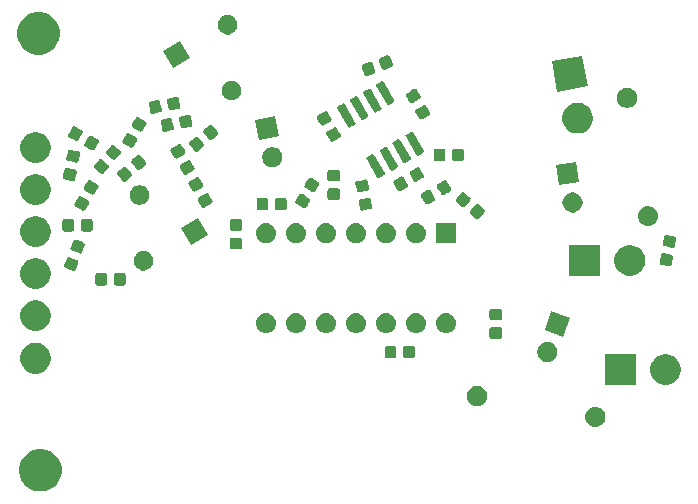
<source format=gbr>
G04 #@! TF.GenerationSoftware,KiCad,Pcbnew,(5.1.2-1)-1*
G04 #@! TF.CreationDate,2021-07-13T12:03:47-04:00*
G04 #@! TF.ProjectId,Ring Modulator - yusynth,52696e67-204d-46f6-9475-6c61746f7220,rev?*
G04 #@! TF.SameCoordinates,Original*
G04 #@! TF.FileFunction,Soldermask,Top*
G04 #@! TF.FilePolarity,Negative*
%FSLAX46Y46*%
G04 Gerber Fmt 4.6, Leading zero omitted, Abs format (unit mm)*
G04 Created by KiCad (PCBNEW (5.1.2-1)-1) date 2021-07-13 12:03:47*
%MOMM*%
%LPD*%
G04 APERTURE LIST*
%ADD10C,0.100000*%
G04 APERTURE END LIST*
D10*
G36*
X17441731Y-51760611D02*
G01*
X17769492Y-51896374D01*
X18064470Y-52093472D01*
X18315328Y-52344330D01*
X18512426Y-52639308D01*
X18648189Y-52967069D01*
X18717400Y-53315016D01*
X18717400Y-53669784D01*
X18648189Y-54017731D01*
X18512426Y-54345492D01*
X18315328Y-54640470D01*
X18064470Y-54891328D01*
X17769492Y-55088426D01*
X17441731Y-55224189D01*
X17093784Y-55293400D01*
X16739016Y-55293400D01*
X16391069Y-55224189D01*
X16063308Y-55088426D01*
X15768330Y-54891328D01*
X15517472Y-54640470D01*
X15320374Y-54345492D01*
X15184611Y-54017731D01*
X15115400Y-53669784D01*
X15115400Y-53315016D01*
X15184611Y-52967069D01*
X15320374Y-52639308D01*
X15517472Y-52344330D01*
X15768330Y-52093472D01*
X16063308Y-51896374D01*
X16391069Y-51760611D01*
X16739016Y-51691400D01*
X17093784Y-51691400D01*
X17441731Y-51760611D01*
X17441731Y-51760611D01*
G37*
G36*
X64071270Y-48144178D02*
G01*
X64231689Y-48192841D01*
X64364353Y-48263751D01*
X64379525Y-48271861D01*
X64509106Y-48378206D01*
X64615451Y-48507787D01*
X64615452Y-48507789D01*
X64694471Y-48655623D01*
X64743134Y-48816042D01*
X64759564Y-48982865D01*
X64743134Y-49149688D01*
X64694471Y-49310107D01*
X64623561Y-49442771D01*
X64615451Y-49457943D01*
X64509106Y-49587524D01*
X64379525Y-49693869D01*
X64379523Y-49693870D01*
X64231689Y-49772889D01*
X64071270Y-49821552D01*
X63946251Y-49833865D01*
X63862643Y-49833865D01*
X63737624Y-49821552D01*
X63577205Y-49772889D01*
X63429371Y-49693870D01*
X63429369Y-49693869D01*
X63299788Y-49587524D01*
X63193443Y-49457943D01*
X63185333Y-49442771D01*
X63114423Y-49310107D01*
X63065760Y-49149688D01*
X63049330Y-48982865D01*
X63065760Y-48816042D01*
X63114423Y-48655623D01*
X63193442Y-48507789D01*
X63193443Y-48507787D01*
X63299788Y-48378206D01*
X63429369Y-48271861D01*
X63444541Y-48263751D01*
X63577205Y-48192841D01*
X63737624Y-48144178D01*
X63862643Y-48131865D01*
X63946251Y-48131865D01*
X64071270Y-48144178D01*
X64071270Y-48144178D01*
G37*
G36*
X54147028Y-46400303D02*
G01*
X54301900Y-46464453D01*
X54441281Y-46557585D01*
X54559815Y-46676119D01*
X54652947Y-46815500D01*
X54717097Y-46970372D01*
X54749800Y-47134784D01*
X54749800Y-47302416D01*
X54717097Y-47466828D01*
X54652947Y-47621700D01*
X54559815Y-47761081D01*
X54441281Y-47879615D01*
X54301900Y-47972747D01*
X54147028Y-48036897D01*
X53982616Y-48069600D01*
X53814984Y-48069600D01*
X53650572Y-48036897D01*
X53495700Y-47972747D01*
X53356319Y-47879615D01*
X53237785Y-47761081D01*
X53144653Y-47621700D01*
X53080503Y-47466828D01*
X53047800Y-47302416D01*
X53047800Y-47134784D01*
X53080503Y-46970372D01*
X53144653Y-46815500D01*
X53237785Y-46676119D01*
X53356319Y-46557585D01*
X53495700Y-46464453D01*
X53650572Y-46400303D01*
X53814984Y-46367600D01*
X53982616Y-46367600D01*
X54147028Y-46400303D01*
X54147028Y-46400303D01*
G37*
G36*
X70229393Y-43707304D02*
G01*
X70466101Y-43805352D01*
X70466103Y-43805353D01*
X70679135Y-43947696D01*
X70860304Y-44128865D01*
X71002647Y-44341897D01*
X71002648Y-44341899D01*
X71100696Y-44578607D01*
X71150680Y-44829893D01*
X71150680Y-45086107D01*
X71100696Y-45337393D01*
X71002648Y-45574101D01*
X71002647Y-45574103D01*
X70860304Y-45787135D01*
X70679135Y-45968304D01*
X70466103Y-46110647D01*
X70466102Y-46110648D01*
X70466101Y-46110648D01*
X70229393Y-46208696D01*
X69978107Y-46258680D01*
X69721893Y-46258680D01*
X69470607Y-46208696D01*
X69233899Y-46110648D01*
X69233898Y-46110648D01*
X69233897Y-46110647D01*
X69020865Y-45968304D01*
X68839696Y-45787135D01*
X68697353Y-45574103D01*
X68697352Y-45574101D01*
X68599304Y-45337393D01*
X68549320Y-45086107D01*
X68549320Y-44829893D01*
X68599304Y-44578607D01*
X68697352Y-44341899D01*
X68697353Y-44341897D01*
X68839696Y-44128865D01*
X69020865Y-43947696D01*
X69233897Y-43805353D01*
X69233899Y-43805352D01*
X69470607Y-43707304D01*
X69721893Y-43657320D01*
X69978107Y-43657320D01*
X70229393Y-43707304D01*
X70229393Y-43707304D01*
G37*
G36*
X67340680Y-46258680D02*
G01*
X64739320Y-46258680D01*
X64739320Y-43657320D01*
X67340680Y-43657320D01*
X67340680Y-46258680D01*
X67340680Y-46258680D01*
G37*
G36*
X16889393Y-42767504D02*
G01*
X17055280Y-42836217D01*
X17126103Y-42865553D01*
X17339135Y-43007896D01*
X17520304Y-43189065D01*
X17662647Y-43402097D01*
X17662648Y-43402099D01*
X17760696Y-43638807D01*
X17810680Y-43890093D01*
X17810680Y-44146307D01*
X17760696Y-44397593D01*
X17685717Y-44578607D01*
X17662647Y-44634303D01*
X17520304Y-44847335D01*
X17339135Y-45028504D01*
X17126103Y-45170847D01*
X17126102Y-45170848D01*
X17126101Y-45170848D01*
X16889393Y-45268896D01*
X16638107Y-45318880D01*
X16381893Y-45318880D01*
X16130607Y-45268896D01*
X15893899Y-45170848D01*
X15893898Y-45170848D01*
X15893897Y-45170847D01*
X15680865Y-45028504D01*
X15499696Y-44847335D01*
X15357353Y-44634303D01*
X15334283Y-44578607D01*
X15259304Y-44397593D01*
X15209320Y-44146307D01*
X15209320Y-43890093D01*
X15259304Y-43638807D01*
X15357352Y-43402099D01*
X15357353Y-43402097D01*
X15499696Y-43189065D01*
X15680865Y-43007896D01*
X15893897Y-42865553D01*
X15964720Y-42836217D01*
X16130607Y-42767504D01*
X16381893Y-42717520D01*
X16638107Y-42717520D01*
X16889393Y-42767504D01*
X16889393Y-42767504D01*
G37*
G36*
X60099178Y-42678935D02*
G01*
X60254050Y-42743085D01*
X60393431Y-42836217D01*
X60511965Y-42954751D01*
X60605097Y-43094132D01*
X60669247Y-43249004D01*
X60701950Y-43413416D01*
X60701950Y-43581048D01*
X60669247Y-43745460D01*
X60605097Y-43900332D01*
X60511965Y-44039713D01*
X60393431Y-44158247D01*
X60254050Y-44251379D01*
X60099178Y-44315529D01*
X59934766Y-44348232D01*
X59767134Y-44348232D01*
X59602722Y-44315529D01*
X59447850Y-44251379D01*
X59308469Y-44158247D01*
X59189935Y-44039713D01*
X59096803Y-43900332D01*
X59032653Y-43745460D01*
X58999950Y-43581048D01*
X58999950Y-43413416D01*
X59032653Y-43249004D01*
X59096803Y-43094132D01*
X59189935Y-42954751D01*
X59308469Y-42836217D01*
X59447850Y-42743085D01*
X59602722Y-42678935D01*
X59767134Y-42646232D01*
X59934766Y-42646232D01*
X60099178Y-42678935D01*
X60099178Y-42678935D01*
G37*
G36*
X48475191Y-42988285D02*
G01*
X48509169Y-42998593D01*
X48540490Y-43015334D01*
X48567939Y-43037861D01*
X48590466Y-43065310D01*
X48607207Y-43096631D01*
X48617515Y-43130609D01*
X48621600Y-43172090D01*
X48621600Y-43848310D01*
X48617515Y-43889791D01*
X48607207Y-43923769D01*
X48590466Y-43955090D01*
X48567939Y-43982539D01*
X48540490Y-44005066D01*
X48509169Y-44021807D01*
X48475191Y-44032115D01*
X48433710Y-44036200D01*
X47832490Y-44036200D01*
X47791009Y-44032115D01*
X47757031Y-44021807D01*
X47725710Y-44005066D01*
X47698261Y-43982539D01*
X47675734Y-43955090D01*
X47658993Y-43923769D01*
X47648685Y-43889791D01*
X47644600Y-43848310D01*
X47644600Y-43172090D01*
X47648685Y-43130609D01*
X47658993Y-43096631D01*
X47675734Y-43065310D01*
X47698261Y-43037861D01*
X47725710Y-43015334D01*
X47757031Y-42998593D01*
X47791009Y-42988285D01*
X47832490Y-42984200D01*
X48433710Y-42984200D01*
X48475191Y-42988285D01*
X48475191Y-42988285D01*
G37*
G36*
X46900191Y-42988285D02*
G01*
X46934169Y-42998593D01*
X46965490Y-43015334D01*
X46992939Y-43037861D01*
X47015466Y-43065310D01*
X47032207Y-43096631D01*
X47042515Y-43130609D01*
X47046600Y-43172090D01*
X47046600Y-43848310D01*
X47042515Y-43889791D01*
X47032207Y-43923769D01*
X47015466Y-43955090D01*
X46992939Y-43982539D01*
X46965490Y-44005066D01*
X46934169Y-44021807D01*
X46900191Y-44032115D01*
X46858710Y-44036200D01*
X46257490Y-44036200D01*
X46216009Y-44032115D01*
X46182031Y-44021807D01*
X46150710Y-44005066D01*
X46123261Y-43982539D01*
X46100734Y-43955090D01*
X46083993Y-43923769D01*
X46073685Y-43889791D01*
X46069600Y-43848310D01*
X46069600Y-43172090D01*
X46073685Y-43130609D01*
X46083993Y-43096631D01*
X46100734Y-43065310D01*
X46123261Y-43037861D01*
X46150710Y-43015334D01*
X46182031Y-42998593D01*
X46216009Y-42988285D01*
X46257490Y-42984200D01*
X46858710Y-42984200D01*
X46900191Y-42988285D01*
X46900191Y-42988285D01*
G37*
G36*
X55853191Y-41400285D02*
G01*
X55887169Y-41410593D01*
X55918490Y-41427334D01*
X55945939Y-41449861D01*
X55968466Y-41477310D01*
X55985207Y-41508631D01*
X55995515Y-41542609D01*
X55999600Y-41584090D01*
X55999600Y-42185310D01*
X55995515Y-42226791D01*
X55985207Y-42260769D01*
X55968466Y-42292090D01*
X55945939Y-42319539D01*
X55918490Y-42342066D01*
X55887169Y-42358807D01*
X55853191Y-42369115D01*
X55811710Y-42373200D01*
X55135490Y-42373200D01*
X55094009Y-42369115D01*
X55060031Y-42358807D01*
X55028710Y-42342066D01*
X55001261Y-42319539D01*
X54978734Y-42292090D01*
X54961993Y-42260769D01*
X54951685Y-42226791D01*
X54947600Y-42185310D01*
X54947600Y-41584090D01*
X54951685Y-41542609D01*
X54961993Y-41508631D01*
X54978734Y-41477310D01*
X55001261Y-41449861D01*
X55028710Y-41427334D01*
X55060031Y-41410593D01*
X55094009Y-41400285D01*
X55135490Y-41396200D01*
X55811710Y-41396200D01*
X55853191Y-41400285D01*
X55853191Y-41400285D01*
G37*
G36*
X61796738Y-40639381D02*
G01*
X61214619Y-42238738D01*
X59615262Y-41656619D01*
X60197381Y-40057262D01*
X61796738Y-40639381D01*
X61796738Y-40639381D01*
G37*
G36*
X36184023Y-40207713D02*
G01*
X36344442Y-40256376D01*
X36477106Y-40327286D01*
X36492278Y-40335396D01*
X36621859Y-40441741D01*
X36728204Y-40571322D01*
X36728205Y-40571324D01*
X36807224Y-40719158D01*
X36855887Y-40879577D01*
X36872317Y-41046400D01*
X36855887Y-41213223D01*
X36807224Y-41373642D01*
X36781534Y-41421704D01*
X36728204Y-41521478D01*
X36621859Y-41651059D01*
X36492278Y-41757404D01*
X36492276Y-41757405D01*
X36344442Y-41836424D01*
X36184023Y-41885087D01*
X36059004Y-41897400D01*
X35975396Y-41897400D01*
X35850377Y-41885087D01*
X35689958Y-41836424D01*
X35542124Y-41757405D01*
X35542122Y-41757404D01*
X35412541Y-41651059D01*
X35306196Y-41521478D01*
X35252866Y-41421704D01*
X35227176Y-41373642D01*
X35178513Y-41213223D01*
X35162083Y-41046400D01*
X35178513Y-40879577D01*
X35227176Y-40719158D01*
X35306195Y-40571324D01*
X35306196Y-40571322D01*
X35412541Y-40441741D01*
X35542122Y-40335396D01*
X35557294Y-40327286D01*
X35689958Y-40256376D01*
X35850377Y-40207713D01*
X35975396Y-40195400D01*
X36059004Y-40195400D01*
X36184023Y-40207713D01*
X36184023Y-40207713D01*
G37*
G36*
X38724023Y-40207713D02*
G01*
X38884442Y-40256376D01*
X39017106Y-40327286D01*
X39032278Y-40335396D01*
X39161859Y-40441741D01*
X39268204Y-40571322D01*
X39268205Y-40571324D01*
X39347224Y-40719158D01*
X39395887Y-40879577D01*
X39412317Y-41046400D01*
X39395887Y-41213223D01*
X39347224Y-41373642D01*
X39321534Y-41421704D01*
X39268204Y-41521478D01*
X39161859Y-41651059D01*
X39032278Y-41757404D01*
X39032276Y-41757405D01*
X38884442Y-41836424D01*
X38724023Y-41885087D01*
X38599004Y-41897400D01*
X38515396Y-41897400D01*
X38390377Y-41885087D01*
X38229958Y-41836424D01*
X38082124Y-41757405D01*
X38082122Y-41757404D01*
X37952541Y-41651059D01*
X37846196Y-41521478D01*
X37792866Y-41421704D01*
X37767176Y-41373642D01*
X37718513Y-41213223D01*
X37702083Y-41046400D01*
X37718513Y-40879577D01*
X37767176Y-40719158D01*
X37846195Y-40571324D01*
X37846196Y-40571322D01*
X37952541Y-40441741D01*
X38082122Y-40335396D01*
X38097294Y-40327286D01*
X38229958Y-40256376D01*
X38390377Y-40207713D01*
X38515396Y-40195400D01*
X38599004Y-40195400D01*
X38724023Y-40207713D01*
X38724023Y-40207713D01*
G37*
G36*
X41264023Y-40207713D02*
G01*
X41424442Y-40256376D01*
X41557106Y-40327286D01*
X41572278Y-40335396D01*
X41701859Y-40441741D01*
X41808204Y-40571322D01*
X41808205Y-40571324D01*
X41887224Y-40719158D01*
X41935887Y-40879577D01*
X41952317Y-41046400D01*
X41935887Y-41213223D01*
X41887224Y-41373642D01*
X41861534Y-41421704D01*
X41808204Y-41521478D01*
X41701859Y-41651059D01*
X41572278Y-41757404D01*
X41572276Y-41757405D01*
X41424442Y-41836424D01*
X41264023Y-41885087D01*
X41139004Y-41897400D01*
X41055396Y-41897400D01*
X40930377Y-41885087D01*
X40769958Y-41836424D01*
X40622124Y-41757405D01*
X40622122Y-41757404D01*
X40492541Y-41651059D01*
X40386196Y-41521478D01*
X40332866Y-41421704D01*
X40307176Y-41373642D01*
X40258513Y-41213223D01*
X40242083Y-41046400D01*
X40258513Y-40879577D01*
X40307176Y-40719158D01*
X40386195Y-40571324D01*
X40386196Y-40571322D01*
X40492541Y-40441741D01*
X40622122Y-40335396D01*
X40637294Y-40327286D01*
X40769958Y-40256376D01*
X40930377Y-40207713D01*
X41055396Y-40195400D01*
X41139004Y-40195400D01*
X41264023Y-40207713D01*
X41264023Y-40207713D01*
G37*
G36*
X43804023Y-40207713D02*
G01*
X43964442Y-40256376D01*
X44097106Y-40327286D01*
X44112278Y-40335396D01*
X44241859Y-40441741D01*
X44348204Y-40571322D01*
X44348205Y-40571324D01*
X44427224Y-40719158D01*
X44475887Y-40879577D01*
X44492317Y-41046400D01*
X44475887Y-41213223D01*
X44427224Y-41373642D01*
X44401534Y-41421704D01*
X44348204Y-41521478D01*
X44241859Y-41651059D01*
X44112278Y-41757404D01*
X44112276Y-41757405D01*
X43964442Y-41836424D01*
X43804023Y-41885087D01*
X43679004Y-41897400D01*
X43595396Y-41897400D01*
X43470377Y-41885087D01*
X43309958Y-41836424D01*
X43162124Y-41757405D01*
X43162122Y-41757404D01*
X43032541Y-41651059D01*
X42926196Y-41521478D01*
X42872866Y-41421704D01*
X42847176Y-41373642D01*
X42798513Y-41213223D01*
X42782083Y-41046400D01*
X42798513Y-40879577D01*
X42847176Y-40719158D01*
X42926195Y-40571324D01*
X42926196Y-40571322D01*
X43032541Y-40441741D01*
X43162122Y-40335396D01*
X43177294Y-40327286D01*
X43309958Y-40256376D01*
X43470377Y-40207713D01*
X43595396Y-40195400D01*
X43679004Y-40195400D01*
X43804023Y-40207713D01*
X43804023Y-40207713D01*
G37*
G36*
X46344023Y-40207713D02*
G01*
X46504442Y-40256376D01*
X46637106Y-40327286D01*
X46652278Y-40335396D01*
X46781859Y-40441741D01*
X46888204Y-40571322D01*
X46888205Y-40571324D01*
X46967224Y-40719158D01*
X47015887Y-40879577D01*
X47032317Y-41046400D01*
X47015887Y-41213223D01*
X46967224Y-41373642D01*
X46941534Y-41421704D01*
X46888204Y-41521478D01*
X46781859Y-41651059D01*
X46652278Y-41757404D01*
X46652276Y-41757405D01*
X46504442Y-41836424D01*
X46344023Y-41885087D01*
X46219004Y-41897400D01*
X46135396Y-41897400D01*
X46010377Y-41885087D01*
X45849958Y-41836424D01*
X45702124Y-41757405D01*
X45702122Y-41757404D01*
X45572541Y-41651059D01*
X45466196Y-41521478D01*
X45412866Y-41421704D01*
X45387176Y-41373642D01*
X45338513Y-41213223D01*
X45322083Y-41046400D01*
X45338513Y-40879577D01*
X45387176Y-40719158D01*
X45466195Y-40571324D01*
X45466196Y-40571322D01*
X45572541Y-40441741D01*
X45702122Y-40335396D01*
X45717294Y-40327286D01*
X45849958Y-40256376D01*
X46010377Y-40207713D01*
X46135396Y-40195400D01*
X46219004Y-40195400D01*
X46344023Y-40207713D01*
X46344023Y-40207713D01*
G37*
G36*
X48884023Y-40207713D02*
G01*
X49044442Y-40256376D01*
X49177106Y-40327286D01*
X49192278Y-40335396D01*
X49321859Y-40441741D01*
X49428204Y-40571322D01*
X49428205Y-40571324D01*
X49507224Y-40719158D01*
X49555887Y-40879577D01*
X49572317Y-41046400D01*
X49555887Y-41213223D01*
X49507224Y-41373642D01*
X49481534Y-41421704D01*
X49428204Y-41521478D01*
X49321859Y-41651059D01*
X49192278Y-41757404D01*
X49192276Y-41757405D01*
X49044442Y-41836424D01*
X48884023Y-41885087D01*
X48759004Y-41897400D01*
X48675396Y-41897400D01*
X48550377Y-41885087D01*
X48389958Y-41836424D01*
X48242124Y-41757405D01*
X48242122Y-41757404D01*
X48112541Y-41651059D01*
X48006196Y-41521478D01*
X47952866Y-41421704D01*
X47927176Y-41373642D01*
X47878513Y-41213223D01*
X47862083Y-41046400D01*
X47878513Y-40879577D01*
X47927176Y-40719158D01*
X48006195Y-40571324D01*
X48006196Y-40571322D01*
X48112541Y-40441741D01*
X48242122Y-40335396D01*
X48257294Y-40327286D01*
X48389958Y-40256376D01*
X48550377Y-40207713D01*
X48675396Y-40195400D01*
X48759004Y-40195400D01*
X48884023Y-40207713D01*
X48884023Y-40207713D01*
G37*
G36*
X51424023Y-40207713D02*
G01*
X51584442Y-40256376D01*
X51717106Y-40327286D01*
X51732278Y-40335396D01*
X51861859Y-40441741D01*
X51968204Y-40571322D01*
X51968205Y-40571324D01*
X52047224Y-40719158D01*
X52095887Y-40879577D01*
X52112317Y-41046400D01*
X52095887Y-41213223D01*
X52047224Y-41373642D01*
X52021534Y-41421704D01*
X51968204Y-41521478D01*
X51861859Y-41651059D01*
X51732278Y-41757404D01*
X51732276Y-41757405D01*
X51584442Y-41836424D01*
X51424023Y-41885087D01*
X51299004Y-41897400D01*
X51215396Y-41897400D01*
X51090377Y-41885087D01*
X50929958Y-41836424D01*
X50782124Y-41757405D01*
X50782122Y-41757404D01*
X50652541Y-41651059D01*
X50546196Y-41521478D01*
X50492866Y-41421704D01*
X50467176Y-41373642D01*
X50418513Y-41213223D01*
X50402083Y-41046400D01*
X50418513Y-40879577D01*
X50467176Y-40719158D01*
X50546195Y-40571324D01*
X50546196Y-40571322D01*
X50652541Y-40441741D01*
X50782122Y-40335396D01*
X50797294Y-40327286D01*
X50929958Y-40256376D01*
X51090377Y-40207713D01*
X51215396Y-40195400D01*
X51299004Y-40195400D01*
X51424023Y-40207713D01*
X51424023Y-40207713D01*
G37*
G36*
X16889393Y-39160704D02*
G01*
X17126101Y-39258752D01*
X17126103Y-39258753D01*
X17339135Y-39401096D01*
X17520304Y-39582265D01*
X17662647Y-39795297D01*
X17662648Y-39795299D01*
X17760696Y-40032007D01*
X17810680Y-40283293D01*
X17810680Y-40539507D01*
X17760696Y-40790793D01*
X17723921Y-40879575D01*
X17662647Y-41027503D01*
X17520304Y-41240535D01*
X17339135Y-41421704D01*
X17126103Y-41564047D01*
X17126102Y-41564048D01*
X17126101Y-41564048D01*
X16889393Y-41662096D01*
X16638107Y-41712080D01*
X16381893Y-41712080D01*
X16130607Y-41662096D01*
X15893899Y-41564048D01*
X15893898Y-41564048D01*
X15893897Y-41564047D01*
X15680865Y-41421704D01*
X15499696Y-41240535D01*
X15357353Y-41027503D01*
X15296079Y-40879575D01*
X15259304Y-40790793D01*
X15209320Y-40539507D01*
X15209320Y-40283293D01*
X15259304Y-40032007D01*
X15357352Y-39795299D01*
X15357353Y-39795297D01*
X15499696Y-39582265D01*
X15680865Y-39401096D01*
X15893897Y-39258753D01*
X15893899Y-39258752D01*
X16130607Y-39160704D01*
X16381893Y-39110720D01*
X16638107Y-39110720D01*
X16889393Y-39160704D01*
X16889393Y-39160704D01*
G37*
G36*
X55853191Y-39825285D02*
G01*
X55887169Y-39835593D01*
X55918490Y-39852334D01*
X55945939Y-39874861D01*
X55968466Y-39902310D01*
X55985207Y-39933631D01*
X55995515Y-39967609D01*
X55999600Y-40009090D01*
X55999600Y-40610310D01*
X55995515Y-40651791D01*
X55985207Y-40685769D01*
X55968466Y-40717090D01*
X55945939Y-40744539D01*
X55918490Y-40767066D01*
X55887169Y-40783807D01*
X55853191Y-40794115D01*
X55811710Y-40798200D01*
X55135490Y-40798200D01*
X55094009Y-40794115D01*
X55060031Y-40783807D01*
X55028710Y-40767066D01*
X55001261Y-40744539D01*
X54978734Y-40717090D01*
X54961993Y-40685769D01*
X54951685Y-40651791D01*
X54947600Y-40610310D01*
X54947600Y-40009090D01*
X54951685Y-39967609D01*
X54961993Y-39933631D01*
X54978734Y-39902310D01*
X55001261Y-39874861D01*
X55028710Y-39852334D01*
X55060031Y-39835593D01*
X55094009Y-39825285D01*
X55135490Y-39821200D01*
X55811710Y-39821200D01*
X55853191Y-39825285D01*
X55853191Y-39825285D01*
G37*
G36*
X16889393Y-35579304D02*
G01*
X17126101Y-35677352D01*
X17126103Y-35677353D01*
X17339135Y-35819696D01*
X17520304Y-36000865D01*
X17662647Y-36213897D01*
X17662648Y-36213899D01*
X17760696Y-36450607D01*
X17810680Y-36701893D01*
X17810680Y-36958107D01*
X17760696Y-37209393D01*
X17662648Y-37446101D01*
X17662647Y-37446103D01*
X17520304Y-37659135D01*
X17339135Y-37840304D01*
X17126103Y-37982647D01*
X17126102Y-37982648D01*
X17126101Y-37982648D01*
X16889393Y-38080696D01*
X16638107Y-38130680D01*
X16381893Y-38130680D01*
X16130607Y-38080696D01*
X15893899Y-37982648D01*
X15893898Y-37982648D01*
X15893897Y-37982647D01*
X15680865Y-37840304D01*
X15499696Y-37659135D01*
X15357353Y-37446103D01*
X15357352Y-37446101D01*
X15259304Y-37209393D01*
X15209320Y-36958107D01*
X15209320Y-36701893D01*
X15259304Y-36450607D01*
X15357352Y-36213899D01*
X15357353Y-36213897D01*
X15499696Y-36000865D01*
X15680865Y-35819696D01*
X15893897Y-35677353D01*
X15893899Y-35677352D01*
X16130607Y-35579304D01*
X16381893Y-35529320D01*
X16638107Y-35529320D01*
X16889393Y-35579304D01*
X16889393Y-35579304D01*
G37*
G36*
X22414591Y-36816085D02*
G01*
X22448569Y-36826393D01*
X22479890Y-36843134D01*
X22507339Y-36865661D01*
X22529866Y-36893110D01*
X22546607Y-36924431D01*
X22556915Y-36958409D01*
X22561000Y-36999890D01*
X22561000Y-37676110D01*
X22556915Y-37717591D01*
X22546607Y-37751569D01*
X22529866Y-37782890D01*
X22507339Y-37810339D01*
X22479890Y-37832866D01*
X22448569Y-37849607D01*
X22414591Y-37859915D01*
X22373110Y-37864000D01*
X21771890Y-37864000D01*
X21730409Y-37859915D01*
X21696431Y-37849607D01*
X21665110Y-37832866D01*
X21637661Y-37810339D01*
X21615134Y-37782890D01*
X21598393Y-37751569D01*
X21588085Y-37717591D01*
X21584000Y-37676110D01*
X21584000Y-36999890D01*
X21588085Y-36958409D01*
X21598393Y-36924431D01*
X21615134Y-36893110D01*
X21637661Y-36865661D01*
X21665110Y-36843134D01*
X21696431Y-36826393D01*
X21730409Y-36816085D01*
X21771890Y-36812000D01*
X22373110Y-36812000D01*
X22414591Y-36816085D01*
X22414591Y-36816085D01*
G37*
G36*
X23989591Y-36816085D02*
G01*
X24023569Y-36826393D01*
X24054890Y-36843134D01*
X24082339Y-36865661D01*
X24104866Y-36893110D01*
X24121607Y-36924431D01*
X24131915Y-36958409D01*
X24136000Y-36999890D01*
X24136000Y-37676110D01*
X24131915Y-37717591D01*
X24121607Y-37751569D01*
X24104866Y-37782890D01*
X24082339Y-37810339D01*
X24054890Y-37832866D01*
X24023569Y-37849607D01*
X23989591Y-37859915D01*
X23948110Y-37864000D01*
X23346890Y-37864000D01*
X23305409Y-37859915D01*
X23271431Y-37849607D01*
X23240110Y-37832866D01*
X23212661Y-37810339D01*
X23190134Y-37782890D01*
X23173393Y-37751569D01*
X23163085Y-37717591D01*
X23159000Y-37676110D01*
X23159000Y-36999890D01*
X23163085Y-36958409D01*
X23173393Y-36924431D01*
X23190134Y-36893110D01*
X23212661Y-36865661D01*
X23240110Y-36843134D01*
X23271431Y-36826393D01*
X23305409Y-36816085D01*
X23346890Y-36812000D01*
X23948110Y-36812000D01*
X23989591Y-36816085D01*
X23989591Y-36816085D01*
G37*
G36*
X64318080Y-37038480D02*
G01*
X61716720Y-37038480D01*
X61716720Y-34437120D01*
X64318080Y-34437120D01*
X64318080Y-37038480D01*
X64318080Y-37038480D01*
G37*
G36*
X67206793Y-34487104D02*
G01*
X67443501Y-34585152D01*
X67443503Y-34585153D01*
X67656535Y-34727496D01*
X67837704Y-34908665D01*
X67979846Y-35121396D01*
X67980048Y-35121699D01*
X68078096Y-35358407D01*
X68128080Y-35609693D01*
X68128080Y-35865907D01*
X68078096Y-36117193D01*
X67981633Y-36350075D01*
X67980047Y-36353903D01*
X67837704Y-36566935D01*
X67656535Y-36748104D01*
X67443503Y-36890447D01*
X67443502Y-36890448D01*
X67443501Y-36890448D01*
X67206793Y-36988496D01*
X66955507Y-37038480D01*
X66699293Y-37038480D01*
X66448007Y-36988496D01*
X66211299Y-36890448D01*
X66211298Y-36890448D01*
X66211297Y-36890447D01*
X65998265Y-36748104D01*
X65817096Y-36566935D01*
X65674753Y-36353903D01*
X65673167Y-36350075D01*
X65576704Y-36117193D01*
X65526720Y-35865907D01*
X65526720Y-35609693D01*
X65576704Y-35358407D01*
X65674752Y-35121699D01*
X65674954Y-35121396D01*
X65817096Y-34908665D01*
X65998265Y-34727496D01*
X66211297Y-34585153D01*
X66211299Y-34585152D01*
X66448007Y-34487104D01*
X66699293Y-34437120D01*
X66955507Y-34437120D01*
X67206793Y-34487104D01*
X67206793Y-34487104D01*
G37*
G36*
X19351643Y-35460980D02*
G01*
X19392009Y-35471325D01*
X19551349Y-35529320D01*
X19974494Y-35683332D01*
X19974497Y-35683333D01*
X20027459Y-35702610D01*
X20065037Y-35720635D01*
X20093441Y-35741941D01*
X20117147Y-35768386D01*
X20135237Y-35798943D01*
X20147017Y-35832442D01*
X20152036Y-35867597D01*
X20150100Y-35903057D01*
X20139755Y-35943423D01*
X19934122Y-36508395D01*
X19916097Y-36545973D01*
X19894791Y-36574377D01*
X19868346Y-36598083D01*
X19837789Y-36616173D01*
X19804290Y-36627953D01*
X19769135Y-36632972D01*
X19733675Y-36631036D01*
X19693309Y-36620691D01*
X19226007Y-36450607D01*
X19110824Y-36408684D01*
X19110821Y-36408683D01*
X19057859Y-36389406D01*
X19020281Y-36371381D01*
X18991877Y-36350075D01*
X18968171Y-36323630D01*
X18950081Y-36293073D01*
X18938301Y-36259574D01*
X18933282Y-36224419D01*
X18935218Y-36188959D01*
X18945563Y-36148593D01*
X19151196Y-35583621D01*
X19169221Y-35546043D01*
X19190527Y-35517639D01*
X19216972Y-35493933D01*
X19247529Y-35475843D01*
X19281028Y-35464063D01*
X19316183Y-35459044D01*
X19351643Y-35460980D01*
X19351643Y-35460980D01*
G37*
G36*
X25882808Y-34979742D02*
G01*
X26033131Y-35042008D01*
X26168418Y-35132404D01*
X26283469Y-35247455D01*
X26373865Y-35382742D01*
X26436131Y-35533065D01*
X26467873Y-35692646D01*
X26467873Y-35855354D01*
X26436131Y-36014935D01*
X26373865Y-36165258D01*
X26283469Y-36300545D01*
X26168418Y-36415596D01*
X26033131Y-36505992D01*
X25882808Y-36568258D01*
X25723227Y-36600000D01*
X25560519Y-36600000D01*
X25400938Y-36568258D01*
X25250615Y-36505992D01*
X25115328Y-36415596D01*
X25000277Y-36300545D01*
X24909881Y-36165258D01*
X24847615Y-36014935D01*
X24815873Y-35855354D01*
X24815873Y-35692646D01*
X24847615Y-35533065D01*
X24909881Y-35382742D01*
X25000277Y-35247455D01*
X25115328Y-35132404D01*
X25250615Y-35042008D01*
X25400938Y-34979742D01*
X25560519Y-34948000D01*
X25723227Y-34948000D01*
X25882808Y-34979742D01*
X25882808Y-34979742D01*
G37*
G36*
X69668309Y-35135346D02*
G01*
X69723807Y-35145132D01*
X69723810Y-35145132D01*
X70125375Y-35215939D01*
X70334254Y-35252770D01*
X70374392Y-35263996D01*
X70406065Y-35280047D01*
X70434006Y-35301976D01*
X70457123Y-35328922D01*
X70474545Y-35359873D01*
X70485591Y-35393618D01*
X70489841Y-35428871D01*
X70486661Y-35470435D01*
X70382260Y-36062519D01*
X70371034Y-36102655D01*
X70354981Y-36134333D01*
X70333055Y-36162270D01*
X70306108Y-36185388D01*
X70275161Y-36202808D01*
X70241408Y-36213856D01*
X70206159Y-36218106D01*
X70164595Y-36214926D01*
X70109097Y-36205140D01*
X70109094Y-36205140D01*
X69554155Y-36107289D01*
X69498650Y-36097502D01*
X69458512Y-36086276D01*
X69426839Y-36070225D01*
X69398898Y-36048296D01*
X69375781Y-36021350D01*
X69358359Y-35990399D01*
X69347313Y-35956654D01*
X69343063Y-35921401D01*
X69346243Y-35879837D01*
X69450644Y-35287753D01*
X69461870Y-35247617D01*
X69477923Y-35215939D01*
X69499849Y-35188002D01*
X69526796Y-35164884D01*
X69557743Y-35147464D01*
X69591496Y-35136416D01*
X69626745Y-35132166D01*
X69668309Y-35135346D01*
X69668309Y-35135346D01*
G37*
G36*
X19890325Y-33980964D02*
G01*
X19930691Y-33991309D01*
X20073079Y-34043134D01*
X20513176Y-34203316D01*
X20513179Y-34203317D01*
X20566141Y-34222594D01*
X20603719Y-34240619D01*
X20632123Y-34261925D01*
X20655829Y-34288370D01*
X20673919Y-34318927D01*
X20685699Y-34352426D01*
X20690718Y-34387581D01*
X20688782Y-34423041D01*
X20678437Y-34463407D01*
X20472804Y-35028379D01*
X20454779Y-35065957D01*
X20433473Y-35094361D01*
X20407028Y-35118067D01*
X20376471Y-35136157D01*
X20342972Y-35147937D01*
X20307817Y-35152956D01*
X20272357Y-35151020D01*
X20231991Y-35140675D01*
X19777940Y-34975414D01*
X19649506Y-34928668D01*
X19649503Y-34928667D01*
X19596541Y-34909390D01*
X19558963Y-34891365D01*
X19530559Y-34870059D01*
X19506853Y-34843614D01*
X19488763Y-34813057D01*
X19476983Y-34779558D01*
X19471964Y-34744403D01*
X19473900Y-34708943D01*
X19484245Y-34668577D01*
X19689878Y-34103605D01*
X19707903Y-34066027D01*
X19729209Y-34037623D01*
X19755654Y-34013917D01*
X19786211Y-33995827D01*
X19819710Y-33984047D01*
X19854865Y-33979028D01*
X19890325Y-33980964D01*
X19890325Y-33980964D01*
G37*
G36*
X33856791Y-33831085D02*
G01*
X33890769Y-33841393D01*
X33922090Y-33858134D01*
X33949539Y-33880661D01*
X33972066Y-33908110D01*
X33988807Y-33939431D01*
X33999115Y-33973409D01*
X34003200Y-34014890D01*
X34003200Y-34616110D01*
X33999115Y-34657591D01*
X33988807Y-34691569D01*
X33972066Y-34722890D01*
X33949539Y-34750339D01*
X33922090Y-34772866D01*
X33890769Y-34789607D01*
X33856791Y-34799915D01*
X33815310Y-34804000D01*
X33139090Y-34804000D01*
X33097609Y-34799915D01*
X33063631Y-34789607D01*
X33032310Y-34772866D01*
X33004861Y-34750339D01*
X32982334Y-34722890D01*
X32965593Y-34691569D01*
X32955285Y-34657591D01*
X32951200Y-34616110D01*
X32951200Y-34014890D01*
X32955285Y-33973409D01*
X32965593Y-33939431D01*
X32982334Y-33908110D01*
X33004861Y-33880661D01*
X33032310Y-33858134D01*
X33063631Y-33841393D01*
X33097609Y-33831085D01*
X33139090Y-33827000D01*
X33815310Y-33827000D01*
X33856791Y-33831085D01*
X33856791Y-33831085D01*
G37*
G36*
X69941805Y-33584274D02*
G01*
X69997303Y-33594060D01*
X69997306Y-33594060D01*
X70398871Y-33664867D01*
X70607750Y-33701698D01*
X70647888Y-33712924D01*
X70679561Y-33728975D01*
X70707502Y-33750904D01*
X70730619Y-33777850D01*
X70748041Y-33808801D01*
X70759087Y-33842546D01*
X70763337Y-33877799D01*
X70760157Y-33919363D01*
X70655756Y-34511447D01*
X70644530Y-34551583D01*
X70628477Y-34583261D01*
X70606551Y-34611198D01*
X70579604Y-34634316D01*
X70548657Y-34651736D01*
X70514904Y-34662784D01*
X70479655Y-34667034D01*
X70438091Y-34663854D01*
X70382593Y-34654068D01*
X70382590Y-34654068D01*
X69827651Y-34556217D01*
X69772146Y-34546430D01*
X69732008Y-34535204D01*
X69700335Y-34519153D01*
X69672394Y-34497224D01*
X69649277Y-34470278D01*
X69631855Y-34439327D01*
X69620809Y-34405582D01*
X69616559Y-34370329D01*
X69619739Y-34328765D01*
X69724140Y-33736681D01*
X69735366Y-33696545D01*
X69751419Y-33664867D01*
X69773345Y-33636930D01*
X69800292Y-33613812D01*
X69831239Y-33596392D01*
X69864992Y-33585344D01*
X69900241Y-33581094D01*
X69941805Y-33584274D01*
X69941805Y-33584274D01*
G37*
G36*
X16889393Y-32023304D02*
G01*
X17126101Y-32121352D01*
X17126103Y-32121353D01*
X17339135Y-32263696D01*
X17520304Y-32444865D01*
X17648267Y-32636376D01*
X17662648Y-32657899D01*
X17760696Y-32894607D01*
X17810680Y-33145893D01*
X17810680Y-33402107D01*
X17760696Y-33653393D01*
X17667004Y-33879585D01*
X17662647Y-33890103D01*
X17520304Y-34103135D01*
X17339135Y-34284304D01*
X17126103Y-34426647D01*
X17126102Y-34426648D01*
X17126101Y-34426648D01*
X16889393Y-34524696D01*
X16638107Y-34574680D01*
X16381893Y-34574680D01*
X16130607Y-34524696D01*
X15893899Y-34426648D01*
X15893898Y-34426648D01*
X15893897Y-34426647D01*
X15680865Y-34284304D01*
X15499696Y-34103135D01*
X15357353Y-33890103D01*
X15352996Y-33879585D01*
X15259304Y-33653393D01*
X15209320Y-33402107D01*
X15209320Y-33145893D01*
X15259304Y-32894607D01*
X15357352Y-32657899D01*
X15371733Y-32636376D01*
X15499696Y-32444865D01*
X15680865Y-32263696D01*
X15893897Y-32121353D01*
X15893899Y-32121352D01*
X16130607Y-32023304D01*
X16381893Y-31973320D01*
X16638107Y-31973320D01*
X16889393Y-32023304D01*
X16889393Y-32023304D01*
G37*
G36*
X31100338Y-33576337D02*
G01*
X29669663Y-34402338D01*
X28843662Y-32971663D01*
X30274337Y-32145662D01*
X31100338Y-33576337D01*
X31100338Y-33576337D01*
G37*
G36*
X46344023Y-32587713D02*
G01*
X46504442Y-32636376D01*
X46637106Y-32707286D01*
X46652278Y-32715396D01*
X46781859Y-32821741D01*
X46888204Y-32951322D01*
X46888205Y-32951324D01*
X46967224Y-33099158D01*
X47015887Y-33259577D01*
X47032317Y-33426400D01*
X47015887Y-33593223D01*
X46967224Y-33753642D01*
X46911372Y-33858134D01*
X46888204Y-33901478D01*
X46781859Y-34031059D01*
X46652278Y-34137404D01*
X46652276Y-34137405D01*
X46504442Y-34216424D01*
X46504439Y-34216425D01*
X46479388Y-34224024D01*
X46344023Y-34265087D01*
X46219004Y-34277400D01*
X46135396Y-34277400D01*
X46010377Y-34265087D01*
X45875012Y-34224024D01*
X45849961Y-34216425D01*
X45849958Y-34216424D01*
X45702124Y-34137405D01*
X45702122Y-34137404D01*
X45572541Y-34031059D01*
X45466196Y-33901478D01*
X45443028Y-33858134D01*
X45387176Y-33753642D01*
X45338513Y-33593223D01*
X45322083Y-33426400D01*
X45338513Y-33259577D01*
X45387176Y-33099158D01*
X45466195Y-32951324D01*
X45466196Y-32951322D01*
X45572541Y-32821741D01*
X45702122Y-32715396D01*
X45717294Y-32707286D01*
X45849958Y-32636376D01*
X46010377Y-32587713D01*
X46135396Y-32575400D01*
X46219004Y-32575400D01*
X46344023Y-32587713D01*
X46344023Y-32587713D01*
G37*
G36*
X38724023Y-32587713D02*
G01*
X38884442Y-32636376D01*
X39017106Y-32707286D01*
X39032278Y-32715396D01*
X39161859Y-32821741D01*
X39268204Y-32951322D01*
X39268205Y-32951324D01*
X39347224Y-33099158D01*
X39395887Y-33259577D01*
X39412317Y-33426400D01*
X39395887Y-33593223D01*
X39347224Y-33753642D01*
X39291372Y-33858134D01*
X39268204Y-33901478D01*
X39161859Y-34031059D01*
X39032278Y-34137404D01*
X39032276Y-34137405D01*
X38884442Y-34216424D01*
X38884439Y-34216425D01*
X38859388Y-34224024D01*
X38724023Y-34265087D01*
X38599004Y-34277400D01*
X38515396Y-34277400D01*
X38390377Y-34265087D01*
X38255012Y-34224024D01*
X38229961Y-34216425D01*
X38229958Y-34216424D01*
X38082124Y-34137405D01*
X38082122Y-34137404D01*
X37952541Y-34031059D01*
X37846196Y-33901478D01*
X37823028Y-33858134D01*
X37767176Y-33753642D01*
X37718513Y-33593223D01*
X37702083Y-33426400D01*
X37718513Y-33259577D01*
X37767176Y-33099158D01*
X37846195Y-32951324D01*
X37846196Y-32951322D01*
X37952541Y-32821741D01*
X38082122Y-32715396D01*
X38097294Y-32707286D01*
X38229958Y-32636376D01*
X38390377Y-32587713D01*
X38515396Y-32575400D01*
X38599004Y-32575400D01*
X38724023Y-32587713D01*
X38724023Y-32587713D01*
G37*
G36*
X52108200Y-34277400D02*
G01*
X50406200Y-34277400D01*
X50406200Y-32575400D01*
X52108200Y-32575400D01*
X52108200Y-34277400D01*
X52108200Y-34277400D01*
G37*
G36*
X48884023Y-32587713D02*
G01*
X49044442Y-32636376D01*
X49177106Y-32707286D01*
X49192278Y-32715396D01*
X49321859Y-32821741D01*
X49428204Y-32951322D01*
X49428205Y-32951324D01*
X49507224Y-33099158D01*
X49555887Y-33259577D01*
X49572317Y-33426400D01*
X49555887Y-33593223D01*
X49507224Y-33753642D01*
X49451372Y-33858134D01*
X49428204Y-33901478D01*
X49321859Y-34031059D01*
X49192278Y-34137404D01*
X49192276Y-34137405D01*
X49044442Y-34216424D01*
X49044439Y-34216425D01*
X49019388Y-34224024D01*
X48884023Y-34265087D01*
X48759004Y-34277400D01*
X48675396Y-34277400D01*
X48550377Y-34265087D01*
X48415012Y-34224024D01*
X48389961Y-34216425D01*
X48389958Y-34216424D01*
X48242124Y-34137405D01*
X48242122Y-34137404D01*
X48112541Y-34031059D01*
X48006196Y-33901478D01*
X47983028Y-33858134D01*
X47927176Y-33753642D01*
X47878513Y-33593223D01*
X47862083Y-33426400D01*
X47878513Y-33259577D01*
X47927176Y-33099158D01*
X48006195Y-32951324D01*
X48006196Y-32951322D01*
X48112541Y-32821741D01*
X48242122Y-32715396D01*
X48257294Y-32707286D01*
X48389958Y-32636376D01*
X48550377Y-32587713D01*
X48675396Y-32575400D01*
X48759004Y-32575400D01*
X48884023Y-32587713D01*
X48884023Y-32587713D01*
G37*
G36*
X43804023Y-32587713D02*
G01*
X43964442Y-32636376D01*
X44097106Y-32707286D01*
X44112278Y-32715396D01*
X44241859Y-32821741D01*
X44348204Y-32951322D01*
X44348205Y-32951324D01*
X44427224Y-33099158D01*
X44475887Y-33259577D01*
X44492317Y-33426400D01*
X44475887Y-33593223D01*
X44427224Y-33753642D01*
X44371372Y-33858134D01*
X44348204Y-33901478D01*
X44241859Y-34031059D01*
X44112278Y-34137404D01*
X44112276Y-34137405D01*
X43964442Y-34216424D01*
X43964439Y-34216425D01*
X43939388Y-34224024D01*
X43804023Y-34265087D01*
X43679004Y-34277400D01*
X43595396Y-34277400D01*
X43470377Y-34265087D01*
X43335012Y-34224024D01*
X43309961Y-34216425D01*
X43309958Y-34216424D01*
X43162124Y-34137405D01*
X43162122Y-34137404D01*
X43032541Y-34031059D01*
X42926196Y-33901478D01*
X42903028Y-33858134D01*
X42847176Y-33753642D01*
X42798513Y-33593223D01*
X42782083Y-33426400D01*
X42798513Y-33259577D01*
X42847176Y-33099158D01*
X42926195Y-32951324D01*
X42926196Y-32951322D01*
X43032541Y-32821741D01*
X43162122Y-32715396D01*
X43177294Y-32707286D01*
X43309958Y-32636376D01*
X43470377Y-32587713D01*
X43595396Y-32575400D01*
X43679004Y-32575400D01*
X43804023Y-32587713D01*
X43804023Y-32587713D01*
G37*
G36*
X41264023Y-32587713D02*
G01*
X41424442Y-32636376D01*
X41557106Y-32707286D01*
X41572278Y-32715396D01*
X41701859Y-32821741D01*
X41808204Y-32951322D01*
X41808205Y-32951324D01*
X41887224Y-33099158D01*
X41935887Y-33259577D01*
X41952317Y-33426400D01*
X41935887Y-33593223D01*
X41887224Y-33753642D01*
X41831372Y-33858134D01*
X41808204Y-33901478D01*
X41701859Y-34031059D01*
X41572278Y-34137404D01*
X41572276Y-34137405D01*
X41424442Y-34216424D01*
X41424439Y-34216425D01*
X41399388Y-34224024D01*
X41264023Y-34265087D01*
X41139004Y-34277400D01*
X41055396Y-34277400D01*
X40930377Y-34265087D01*
X40795012Y-34224024D01*
X40769961Y-34216425D01*
X40769958Y-34216424D01*
X40622124Y-34137405D01*
X40622122Y-34137404D01*
X40492541Y-34031059D01*
X40386196Y-33901478D01*
X40363028Y-33858134D01*
X40307176Y-33753642D01*
X40258513Y-33593223D01*
X40242083Y-33426400D01*
X40258513Y-33259577D01*
X40307176Y-33099158D01*
X40386195Y-32951324D01*
X40386196Y-32951322D01*
X40492541Y-32821741D01*
X40622122Y-32715396D01*
X40637294Y-32707286D01*
X40769958Y-32636376D01*
X40930377Y-32587713D01*
X41055396Y-32575400D01*
X41139004Y-32575400D01*
X41264023Y-32587713D01*
X41264023Y-32587713D01*
G37*
G36*
X36184023Y-32587713D02*
G01*
X36344442Y-32636376D01*
X36477106Y-32707286D01*
X36492278Y-32715396D01*
X36621859Y-32821741D01*
X36728204Y-32951322D01*
X36728205Y-32951324D01*
X36807224Y-33099158D01*
X36855887Y-33259577D01*
X36872317Y-33426400D01*
X36855887Y-33593223D01*
X36807224Y-33753642D01*
X36751372Y-33858134D01*
X36728204Y-33901478D01*
X36621859Y-34031059D01*
X36492278Y-34137404D01*
X36492276Y-34137405D01*
X36344442Y-34216424D01*
X36344439Y-34216425D01*
X36319388Y-34224024D01*
X36184023Y-34265087D01*
X36059004Y-34277400D01*
X35975396Y-34277400D01*
X35850377Y-34265087D01*
X35715012Y-34224024D01*
X35689961Y-34216425D01*
X35689958Y-34216424D01*
X35542124Y-34137405D01*
X35542122Y-34137404D01*
X35412541Y-34031059D01*
X35306196Y-33901478D01*
X35283028Y-33858134D01*
X35227176Y-33753642D01*
X35178513Y-33593223D01*
X35162083Y-33426400D01*
X35178513Y-33259577D01*
X35227176Y-33099158D01*
X35306195Y-32951324D01*
X35306196Y-32951322D01*
X35412541Y-32821741D01*
X35542122Y-32715396D01*
X35557294Y-32707286D01*
X35689958Y-32636376D01*
X35850377Y-32587713D01*
X35975396Y-32575400D01*
X36059004Y-32575400D01*
X36184023Y-32587713D01*
X36184023Y-32587713D01*
G37*
G36*
X21195591Y-32244085D02*
G01*
X21229569Y-32254393D01*
X21260890Y-32271134D01*
X21288339Y-32293661D01*
X21310866Y-32321110D01*
X21327607Y-32352431D01*
X21337915Y-32386409D01*
X21342000Y-32427890D01*
X21342000Y-33104110D01*
X21337915Y-33145591D01*
X21327607Y-33179569D01*
X21310866Y-33210890D01*
X21288339Y-33238339D01*
X21260890Y-33260866D01*
X21229569Y-33277607D01*
X21195591Y-33287915D01*
X21154110Y-33292000D01*
X20552890Y-33292000D01*
X20511409Y-33287915D01*
X20477431Y-33277607D01*
X20446110Y-33260866D01*
X20418661Y-33238339D01*
X20396134Y-33210890D01*
X20379393Y-33179569D01*
X20369085Y-33145591D01*
X20365000Y-33104110D01*
X20365000Y-32427890D01*
X20369085Y-32386409D01*
X20379393Y-32352431D01*
X20396134Y-32321110D01*
X20418661Y-32293661D01*
X20446110Y-32271134D01*
X20477431Y-32254393D01*
X20511409Y-32244085D01*
X20552890Y-32240000D01*
X21154110Y-32240000D01*
X21195591Y-32244085D01*
X21195591Y-32244085D01*
G37*
G36*
X19620591Y-32244085D02*
G01*
X19654569Y-32254393D01*
X19685890Y-32271134D01*
X19713339Y-32293661D01*
X19735866Y-32321110D01*
X19752607Y-32352431D01*
X19762915Y-32386409D01*
X19767000Y-32427890D01*
X19767000Y-33104110D01*
X19762915Y-33145591D01*
X19752607Y-33179569D01*
X19735866Y-33210890D01*
X19713339Y-33238339D01*
X19685890Y-33260866D01*
X19654569Y-33277607D01*
X19620591Y-33287915D01*
X19579110Y-33292000D01*
X18977890Y-33292000D01*
X18936409Y-33287915D01*
X18902431Y-33277607D01*
X18871110Y-33260866D01*
X18843661Y-33238339D01*
X18821134Y-33210890D01*
X18804393Y-33179569D01*
X18794085Y-33145591D01*
X18790000Y-33104110D01*
X18790000Y-32427890D01*
X18794085Y-32386409D01*
X18804393Y-32352431D01*
X18821134Y-32321110D01*
X18843661Y-32293661D01*
X18871110Y-32271134D01*
X18902431Y-32254393D01*
X18936409Y-32244085D01*
X18977890Y-32240000D01*
X19579110Y-32240000D01*
X19620591Y-32244085D01*
X19620591Y-32244085D01*
G37*
G36*
X33856791Y-32256085D02*
G01*
X33890769Y-32266393D01*
X33922090Y-32283134D01*
X33949539Y-32305661D01*
X33972066Y-32333110D01*
X33988807Y-32364431D01*
X33999115Y-32398409D01*
X34003200Y-32439890D01*
X34003200Y-33041110D01*
X33999115Y-33082591D01*
X33988807Y-33116569D01*
X33972066Y-33147890D01*
X33949539Y-33175339D01*
X33922090Y-33197866D01*
X33890769Y-33214607D01*
X33856791Y-33224915D01*
X33815310Y-33229000D01*
X33139090Y-33229000D01*
X33097609Y-33224915D01*
X33063631Y-33214607D01*
X33032310Y-33197866D01*
X33004861Y-33175339D01*
X32982334Y-33147890D01*
X32965593Y-33116569D01*
X32955285Y-33082591D01*
X32951200Y-33041110D01*
X32951200Y-32439890D01*
X32955285Y-32398409D01*
X32965593Y-32364431D01*
X32982334Y-32333110D01*
X33004861Y-32305661D01*
X33032310Y-32283134D01*
X33063631Y-32266393D01*
X33097609Y-32256085D01*
X33139090Y-32252000D01*
X33815310Y-32252000D01*
X33856791Y-32256085D01*
X33856791Y-32256085D01*
G37*
G36*
X68529888Y-31137960D02*
G01*
X68659676Y-31177331D01*
X68686820Y-31185565D01*
X68690307Y-31186623D01*
X68801586Y-31246103D01*
X68838143Y-31265643D01*
X68967724Y-31371988D01*
X69074069Y-31501569D01*
X69074070Y-31501571D01*
X69153089Y-31649405D01*
X69201752Y-31809824D01*
X69218182Y-31976647D01*
X69201752Y-32143470D01*
X69153089Y-32303889D01*
X69086809Y-32427890D01*
X69074069Y-32451725D01*
X68967724Y-32581306D01*
X68838143Y-32687651D01*
X68838141Y-32687652D01*
X68690307Y-32766671D01*
X68529888Y-32815334D01*
X68404869Y-32827647D01*
X68321261Y-32827647D01*
X68196242Y-32815334D01*
X68035823Y-32766671D01*
X67887989Y-32687652D01*
X67887987Y-32687651D01*
X67758406Y-32581306D01*
X67652061Y-32451725D01*
X67639321Y-32427890D01*
X67573041Y-32303889D01*
X67524378Y-32143470D01*
X67507948Y-31976647D01*
X67524378Y-31809824D01*
X67573041Y-31649405D01*
X67652060Y-31501571D01*
X67652061Y-31501569D01*
X67758406Y-31371988D01*
X67887987Y-31265643D01*
X67924544Y-31246103D01*
X68035823Y-31186623D01*
X68039311Y-31185565D01*
X68066454Y-31177331D01*
X68196242Y-31137960D01*
X68321261Y-31125647D01*
X68404869Y-31125647D01*
X68529888Y-31137960D01*
X68529888Y-31137960D01*
G37*
G36*
X53923878Y-30954841D02*
G01*
X53958629Y-30962148D01*
X53991286Y-30976094D01*
X54025679Y-30999622D01*
X54068859Y-31035854D01*
X54068860Y-31035855D01*
X54443073Y-31349857D01*
X54443077Y-31349861D01*
X54486247Y-31386085D01*
X54515398Y-31415878D01*
X54534800Y-31445613D01*
X54548032Y-31478570D01*
X54554580Y-31513472D01*
X54554192Y-31548981D01*
X54546885Y-31583732D01*
X54532939Y-31616388D01*
X54509409Y-31650785D01*
X54473180Y-31693961D01*
X54473178Y-31693964D01*
X54375960Y-31809824D01*
X54074739Y-32168805D01*
X54044945Y-32197955D01*
X54015210Y-32217357D01*
X53982253Y-32230589D01*
X53947351Y-32237137D01*
X53911842Y-32236749D01*
X53877091Y-32229442D01*
X53844434Y-32215496D01*
X53810041Y-32191968D01*
X53754857Y-32145663D01*
X53392647Y-31841733D01*
X53392643Y-31841729D01*
X53349473Y-31805505D01*
X53320322Y-31775712D01*
X53300920Y-31745977D01*
X53287688Y-31713020D01*
X53281140Y-31678118D01*
X53281528Y-31642609D01*
X53288835Y-31607858D01*
X53302781Y-31575202D01*
X53326311Y-31540805D01*
X53367528Y-31491685D01*
X53707370Y-31086676D01*
X53760981Y-31022785D01*
X53790775Y-30993635D01*
X53820510Y-30974233D01*
X53853467Y-30961001D01*
X53888369Y-30954453D01*
X53923878Y-30954841D01*
X53923878Y-30954841D01*
G37*
G36*
X62226548Y-30015522D02*
G01*
X62381420Y-30079672D01*
X62520801Y-30172804D01*
X62639335Y-30291338D01*
X62732467Y-30430719D01*
X62796617Y-30585591D01*
X62829320Y-30750003D01*
X62829320Y-30917635D01*
X62796617Y-31082047D01*
X62732467Y-31236919D01*
X62639335Y-31376300D01*
X62520801Y-31494834D01*
X62381420Y-31587966D01*
X62226548Y-31652116D01*
X62062136Y-31684819D01*
X61894504Y-31684819D01*
X61730092Y-31652116D01*
X61575220Y-31587966D01*
X61435839Y-31494834D01*
X61317305Y-31376300D01*
X61224173Y-31236919D01*
X61160023Y-31082047D01*
X61127320Y-30917635D01*
X61127320Y-30750003D01*
X61160023Y-30585591D01*
X61224173Y-30430719D01*
X61317305Y-30291338D01*
X61435839Y-30172804D01*
X61575220Y-30079672D01*
X61730092Y-30015522D01*
X61894504Y-29982819D01*
X62062136Y-29982819D01*
X62226548Y-30015522D01*
X62226548Y-30015522D01*
G37*
G36*
X20313138Y-30290621D02*
G01*
X20347725Y-30298686D01*
X20385689Y-30315887D01*
X20434494Y-30344065D01*
X20434497Y-30344066D01*
X20922503Y-30625816D01*
X20922511Y-30625822D01*
X20971312Y-30653997D01*
X21005190Y-30678274D01*
X21029466Y-30704193D01*
X21048218Y-30734348D01*
X21060726Y-30767583D01*
X21066511Y-30802623D01*
X21065350Y-30838109D01*
X21057285Y-30872696D01*
X21040084Y-30910660D01*
X21011906Y-30959465D01*
X21011905Y-30959468D01*
X20767655Y-31382522D01*
X20767650Y-31382530D01*
X20739474Y-31431331D01*
X20715197Y-31465209D01*
X20689276Y-31489487D01*
X20659122Y-31508238D01*
X20625891Y-31520745D01*
X20590848Y-31526530D01*
X20555362Y-31525369D01*
X20520775Y-31517304D01*
X20482811Y-31500103D01*
X20434006Y-31471925D01*
X20434003Y-31471924D01*
X19945997Y-31190174D01*
X19945989Y-31190168D01*
X19897188Y-31161993D01*
X19863310Y-31137716D01*
X19839034Y-31111797D01*
X19820282Y-31081642D01*
X19807774Y-31048407D01*
X19801989Y-31013367D01*
X19803150Y-30977881D01*
X19811215Y-30943294D01*
X19828416Y-30905330D01*
X19856595Y-30856522D01*
X20100845Y-30433468D01*
X20100850Y-30433460D01*
X20129026Y-30384659D01*
X20153303Y-30350781D01*
X20179224Y-30326503D01*
X20209378Y-30307752D01*
X20242609Y-30295245D01*
X20277652Y-30289460D01*
X20313138Y-30290621D01*
X20313138Y-30290621D01*
G37*
G36*
X44759308Y-30437416D02*
G01*
X44793053Y-30448462D01*
X44824004Y-30465884D01*
X44850950Y-30489001D01*
X44872879Y-30516942D01*
X44888930Y-30548615D01*
X44900156Y-30588753D01*
X45004557Y-31180837D01*
X45007737Y-31222401D01*
X45003487Y-31257650D01*
X44992439Y-31291403D01*
X44975019Y-31322350D01*
X44951901Y-31349297D01*
X44923964Y-31371223D01*
X44892286Y-31387276D01*
X44852150Y-31398502D01*
X44796645Y-31408289D01*
X44241706Y-31506140D01*
X44241703Y-31506140D01*
X44186205Y-31515926D01*
X44144641Y-31519106D01*
X44109388Y-31514856D01*
X44075643Y-31503810D01*
X44044692Y-31486388D01*
X44017746Y-31463271D01*
X43995817Y-31435330D01*
X43979766Y-31403657D01*
X43968540Y-31363519D01*
X43864139Y-30771435D01*
X43860959Y-30729871D01*
X43865209Y-30694622D01*
X43876257Y-30660869D01*
X43893677Y-30629922D01*
X43916795Y-30602975D01*
X43944732Y-30581049D01*
X43976410Y-30564996D01*
X44016546Y-30553770D01*
X44194749Y-30522348D01*
X44626990Y-30446132D01*
X44626993Y-30446132D01*
X44682491Y-30436346D01*
X44724055Y-30433166D01*
X44759308Y-30437416D01*
X44759308Y-30437416D01*
G37*
G36*
X36054491Y-30440685D02*
G01*
X36088469Y-30450993D01*
X36119790Y-30467734D01*
X36147239Y-30490261D01*
X36169766Y-30517710D01*
X36186507Y-30549031D01*
X36196815Y-30583009D01*
X36200900Y-30624490D01*
X36200900Y-31300710D01*
X36196815Y-31342191D01*
X36186507Y-31376169D01*
X36169766Y-31407490D01*
X36147239Y-31434939D01*
X36119790Y-31457466D01*
X36088469Y-31474207D01*
X36054491Y-31484515D01*
X36013010Y-31488600D01*
X35411790Y-31488600D01*
X35370309Y-31484515D01*
X35336331Y-31474207D01*
X35305010Y-31457466D01*
X35277561Y-31434939D01*
X35255034Y-31407490D01*
X35238293Y-31376169D01*
X35227985Y-31342191D01*
X35223900Y-31300710D01*
X35223900Y-30624490D01*
X35227985Y-30583009D01*
X35238293Y-30549031D01*
X35255034Y-30517710D01*
X35277561Y-30490261D01*
X35305010Y-30467734D01*
X35336331Y-30450993D01*
X35370309Y-30440685D01*
X35411790Y-30436600D01*
X36013010Y-30436600D01*
X36054491Y-30440685D01*
X36054491Y-30440685D01*
G37*
G36*
X37629491Y-30440685D02*
G01*
X37663469Y-30450993D01*
X37694790Y-30467734D01*
X37722239Y-30490261D01*
X37744766Y-30517710D01*
X37761507Y-30549031D01*
X37771815Y-30583009D01*
X37775900Y-30624490D01*
X37775900Y-31300710D01*
X37771815Y-31342191D01*
X37761507Y-31376169D01*
X37744766Y-31407490D01*
X37722239Y-31434939D01*
X37694790Y-31457466D01*
X37663469Y-31474207D01*
X37629491Y-31484515D01*
X37588010Y-31488600D01*
X36986790Y-31488600D01*
X36945309Y-31484515D01*
X36911331Y-31474207D01*
X36880010Y-31457466D01*
X36852561Y-31434939D01*
X36830034Y-31407490D01*
X36813293Y-31376169D01*
X36802985Y-31342191D01*
X36798900Y-31300710D01*
X36798900Y-30624490D01*
X36802985Y-30583009D01*
X36813293Y-30549031D01*
X36830034Y-30517710D01*
X36852561Y-30490261D01*
X36880010Y-30467734D01*
X36911331Y-30450993D01*
X36945309Y-30440685D01*
X36986790Y-30436600D01*
X37588010Y-30436600D01*
X37629491Y-30440685D01*
X37629491Y-30440685D01*
G37*
G36*
X39007538Y-30087421D02*
G01*
X39042125Y-30095486D01*
X39080089Y-30112687D01*
X39128894Y-30140865D01*
X39128897Y-30140866D01*
X39616903Y-30422616D01*
X39616911Y-30422622D01*
X39665712Y-30450797D01*
X39699590Y-30475074D01*
X39723866Y-30500993D01*
X39742618Y-30531148D01*
X39755126Y-30564383D01*
X39760911Y-30599423D01*
X39759750Y-30634909D01*
X39751685Y-30669496D01*
X39734484Y-30707460D01*
X39706306Y-30756265D01*
X39706305Y-30756268D01*
X39462055Y-31179322D01*
X39462050Y-31179330D01*
X39433874Y-31228131D01*
X39409597Y-31262009D01*
X39383676Y-31286287D01*
X39353522Y-31305038D01*
X39320291Y-31317545D01*
X39285248Y-31323330D01*
X39249762Y-31322169D01*
X39215175Y-31314104D01*
X39177211Y-31296903D01*
X39128406Y-31268725D01*
X39128403Y-31268724D01*
X38640397Y-30986974D01*
X38640389Y-30986968D01*
X38591588Y-30958793D01*
X38557710Y-30934516D01*
X38533434Y-30908597D01*
X38514682Y-30878442D01*
X38502174Y-30845207D01*
X38496389Y-30810167D01*
X38497550Y-30774681D01*
X38505615Y-30740094D01*
X38522816Y-30702130D01*
X38559613Y-30638395D01*
X38795245Y-30230268D01*
X38795250Y-30230260D01*
X38823426Y-30181459D01*
X38847703Y-30147581D01*
X38873624Y-30123303D01*
X38903778Y-30104552D01*
X38937009Y-30092045D01*
X38972052Y-30086260D01*
X39007538Y-30087421D01*
X39007538Y-30087421D01*
G37*
G36*
X31065388Y-30041245D02*
G01*
X31098623Y-30053753D01*
X31128778Y-30072505D01*
X31154697Y-30096781D01*
X31178974Y-30130659D01*
X31207150Y-30179460D01*
X31207155Y-30179468D01*
X31451405Y-30602522D01*
X31479584Y-30651330D01*
X31496785Y-30689294D01*
X31504850Y-30723881D01*
X31506011Y-30759367D01*
X31500226Y-30794410D01*
X31487719Y-30827641D01*
X31468968Y-30857795D01*
X31444690Y-30883716D01*
X31410812Y-30907993D01*
X31362011Y-30936168D01*
X31362003Y-30936174D01*
X30873997Y-31217924D01*
X30873994Y-31217925D01*
X30825189Y-31246103D01*
X30787225Y-31263304D01*
X30752638Y-31271369D01*
X30717152Y-31272530D01*
X30682112Y-31266745D01*
X30648877Y-31254237D01*
X30618722Y-31235485D01*
X30592803Y-31211209D01*
X30568526Y-31177331D01*
X30540350Y-31128530D01*
X30540345Y-31128522D01*
X30296095Y-30705468D01*
X30296094Y-30705465D01*
X30267916Y-30656660D01*
X30250715Y-30618696D01*
X30242650Y-30584109D01*
X30241489Y-30548623D01*
X30247274Y-30513580D01*
X30259781Y-30480349D01*
X30278532Y-30450195D01*
X30302810Y-30424274D01*
X30336688Y-30399997D01*
X30385489Y-30371822D01*
X30385497Y-30371816D01*
X30873503Y-30090066D01*
X30873506Y-30090065D01*
X30922311Y-30061887D01*
X30960275Y-30044686D01*
X30994862Y-30036621D01*
X31030348Y-30035460D01*
X31065388Y-30041245D01*
X31065388Y-30041245D01*
G37*
G36*
X52717358Y-29942451D02*
G01*
X52752109Y-29949758D01*
X52784766Y-29963704D01*
X52819159Y-29987232D01*
X52862339Y-30023464D01*
X52862340Y-30023465D01*
X53236553Y-30337467D01*
X53236557Y-30337471D01*
X53279727Y-30373695D01*
X53308878Y-30403488D01*
X53328280Y-30433223D01*
X53341512Y-30466180D01*
X53348060Y-30501082D01*
X53347672Y-30536591D01*
X53340365Y-30571342D01*
X53326419Y-30603998D01*
X53302889Y-30638395D01*
X53266660Y-30681571D01*
X53266658Y-30681574D01*
X53019526Y-30976094D01*
X52868219Y-31156415D01*
X52838425Y-31185565D01*
X52808690Y-31204967D01*
X52775733Y-31218199D01*
X52740831Y-31224747D01*
X52705322Y-31224359D01*
X52670571Y-31217052D01*
X52637914Y-31203106D01*
X52603521Y-31179578D01*
X52553924Y-31137961D01*
X52186127Y-30829343D01*
X52186123Y-30829339D01*
X52142953Y-30793115D01*
X52113802Y-30763322D01*
X52094400Y-30733587D01*
X52081168Y-30700630D01*
X52074620Y-30665728D01*
X52075008Y-30630219D01*
X52082315Y-30595468D01*
X52096261Y-30562812D01*
X52119791Y-30528415D01*
X52172261Y-30465884D01*
X52518233Y-30053570D01*
X52554461Y-30010395D01*
X52584255Y-29981245D01*
X52613990Y-29961843D01*
X52646947Y-29948611D01*
X52681849Y-29942063D01*
X52717358Y-29942451D01*
X52717358Y-29942451D01*
G37*
G36*
X25547871Y-29399615D02*
G01*
X25698194Y-29461881D01*
X25833481Y-29552277D01*
X25948532Y-29667328D01*
X26038928Y-29802615D01*
X26101194Y-29952938D01*
X26132936Y-30112519D01*
X26132936Y-30275227D01*
X26101194Y-30434808D01*
X26038928Y-30585131D01*
X25948532Y-30720418D01*
X25833481Y-30835469D01*
X25698194Y-30925865D01*
X25547871Y-30988131D01*
X25388290Y-31019873D01*
X25225582Y-31019873D01*
X25066001Y-30988131D01*
X24915678Y-30925865D01*
X24780391Y-30835469D01*
X24665340Y-30720418D01*
X24574944Y-30585131D01*
X24512678Y-30434808D01*
X24480936Y-30275227D01*
X24480936Y-30112519D01*
X24512678Y-29952938D01*
X24574944Y-29802615D01*
X24665340Y-29667328D01*
X24780391Y-29552277D01*
X24915678Y-29461881D01*
X25066001Y-29399615D01*
X25225582Y-29367873D01*
X25388290Y-29367873D01*
X25547871Y-29399615D01*
X25547871Y-29399615D01*
G37*
G36*
X16889393Y-28467304D02*
G01*
X17126101Y-28565352D01*
X17126103Y-28565353D01*
X17339135Y-28707696D01*
X17520304Y-28888865D01*
X17662647Y-29101897D01*
X17662648Y-29101899D01*
X17760696Y-29338607D01*
X17810680Y-29589893D01*
X17810680Y-29846107D01*
X17760696Y-30097393D01*
X17665795Y-30326503D01*
X17662647Y-30334103D01*
X17520304Y-30547135D01*
X17339135Y-30728304D01*
X17126103Y-30870647D01*
X17126102Y-30870648D01*
X17126101Y-30870648D01*
X16889393Y-30968696D01*
X16638107Y-31018680D01*
X16381893Y-31018680D01*
X16130607Y-30968696D01*
X15893899Y-30870648D01*
X15893898Y-30870648D01*
X15893897Y-30870647D01*
X15680865Y-30728304D01*
X15499696Y-30547135D01*
X15357353Y-30334103D01*
X15354205Y-30326503D01*
X15259304Y-30097393D01*
X15209320Y-29846107D01*
X15209320Y-29589893D01*
X15259304Y-29338607D01*
X15357352Y-29101899D01*
X15357353Y-29101897D01*
X15499696Y-28888865D01*
X15680865Y-28707696D01*
X15893897Y-28565353D01*
X15893899Y-28565352D01*
X16130607Y-28467304D01*
X16381893Y-28417320D01*
X16638107Y-28417320D01*
X16889393Y-28467304D01*
X16889393Y-28467304D01*
G37*
G36*
X49877420Y-29739274D02*
G01*
X49910651Y-29751781D01*
X49940805Y-29770532D01*
X49966726Y-29794810D01*
X49991003Y-29828688D01*
X50019178Y-29877489D01*
X50019184Y-29877497D01*
X50284747Y-30337467D01*
X50329113Y-30414311D01*
X50346314Y-30452275D01*
X50354379Y-30486862D01*
X50355540Y-30522348D01*
X50349755Y-30557388D01*
X50337247Y-30590623D01*
X50318495Y-30620778D01*
X50294219Y-30646697D01*
X50260341Y-30670974D01*
X50211540Y-30699150D01*
X50211532Y-30699155D01*
X49788478Y-30943405D01*
X49788475Y-30943406D01*
X49739670Y-30971584D01*
X49701706Y-30988785D01*
X49667119Y-30996850D01*
X49631633Y-30998011D01*
X49596590Y-30992226D01*
X49563359Y-30979719D01*
X49533205Y-30960968D01*
X49507284Y-30936690D01*
X49483007Y-30902812D01*
X49454832Y-30854011D01*
X49454826Y-30854003D01*
X49173076Y-30365997D01*
X49173075Y-30365994D01*
X49144897Y-30317189D01*
X49127696Y-30279225D01*
X49119631Y-30244638D01*
X49118470Y-30209152D01*
X49124255Y-30174112D01*
X49136763Y-30140877D01*
X49155515Y-30110722D01*
X49179791Y-30084803D01*
X49213669Y-30060526D01*
X49262470Y-30032350D01*
X49262478Y-30032345D01*
X49685532Y-29788095D01*
X49685535Y-29788094D01*
X49734340Y-29759916D01*
X49772304Y-29742715D01*
X49806891Y-29734650D01*
X49842377Y-29733489D01*
X49877420Y-29739274D01*
X49877420Y-29739274D01*
G37*
G36*
X42137191Y-29639985D02*
G01*
X42171169Y-29650293D01*
X42202490Y-29667034D01*
X42229939Y-29689561D01*
X42252466Y-29717010D01*
X42269207Y-29748331D01*
X42279515Y-29782309D01*
X42283600Y-29823790D01*
X42283600Y-30425010D01*
X42279515Y-30466491D01*
X42269207Y-30500469D01*
X42252466Y-30531790D01*
X42229939Y-30559239D01*
X42202490Y-30581766D01*
X42171169Y-30598507D01*
X42137191Y-30608815D01*
X42095710Y-30612900D01*
X41419490Y-30612900D01*
X41378009Y-30608815D01*
X41344031Y-30598507D01*
X41312710Y-30581766D01*
X41285261Y-30559239D01*
X41262734Y-30531790D01*
X41245993Y-30500469D01*
X41235685Y-30466491D01*
X41231600Y-30425010D01*
X41231600Y-29823790D01*
X41235685Y-29782309D01*
X41245993Y-29748331D01*
X41262734Y-29717010D01*
X41285261Y-29689561D01*
X41312710Y-29667034D01*
X41344031Y-29650293D01*
X41378009Y-29639985D01*
X41419490Y-29635900D01*
X42095710Y-29635900D01*
X42137191Y-29639985D01*
X42137191Y-29639985D01*
G37*
G36*
X51241410Y-28951774D02*
G01*
X51274641Y-28964281D01*
X51304795Y-28983032D01*
X51330716Y-29007310D01*
X51354993Y-29041188D01*
X51383168Y-29089989D01*
X51383174Y-29089997D01*
X51660607Y-29570526D01*
X51693103Y-29626811D01*
X51710304Y-29664775D01*
X51718369Y-29699362D01*
X51719530Y-29734848D01*
X51713745Y-29769888D01*
X51701237Y-29803123D01*
X51682485Y-29833278D01*
X51658209Y-29859197D01*
X51624331Y-29883474D01*
X51575530Y-29911650D01*
X51575522Y-29911655D01*
X51152468Y-30155905D01*
X51152465Y-30155906D01*
X51103660Y-30184084D01*
X51065696Y-30201285D01*
X51031109Y-30209350D01*
X50995623Y-30210511D01*
X50960580Y-30204726D01*
X50927349Y-30192219D01*
X50897195Y-30173468D01*
X50871274Y-30149190D01*
X50846997Y-30115312D01*
X50818822Y-30066511D01*
X50818816Y-30066503D01*
X50537066Y-29578497D01*
X50537065Y-29578494D01*
X50508887Y-29529689D01*
X50491686Y-29491725D01*
X50483621Y-29457138D01*
X50482460Y-29421652D01*
X50488245Y-29386612D01*
X50500753Y-29353377D01*
X50519505Y-29323222D01*
X50543781Y-29297303D01*
X50577659Y-29273026D01*
X50626460Y-29244850D01*
X50626468Y-29244845D01*
X51049522Y-29000595D01*
X51049525Y-29000594D01*
X51098330Y-28972416D01*
X51136294Y-28955215D01*
X51170881Y-28947150D01*
X51206367Y-28945989D01*
X51241410Y-28951774D01*
X51241410Y-28951774D01*
G37*
G36*
X21100638Y-28926631D02*
G01*
X21135225Y-28934696D01*
X21173189Y-28951897D01*
X21221994Y-28980075D01*
X21221997Y-28980076D01*
X21710003Y-29261826D01*
X21710011Y-29261832D01*
X21758812Y-29290007D01*
X21792690Y-29314284D01*
X21816966Y-29340203D01*
X21835718Y-29370358D01*
X21848226Y-29403593D01*
X21854011Y-29438633D01*
X21852850Y-29474119D01*
X21844785Y-29508706D01*
X21827584Y-29546670D01*
X21799406Y-29595475D01*
X21799405Y-29595478D01*
X21555155Y-30018532D01*
X21555150Y-30018540D01*
X21526974Y-30067341D01*
X21502697Y-30101219D01*
X21476776Y-30125497D01*
X21446622Y-30144248D01*
X21413391Y-30156755D01*
X21378348Y-30162540D01*
X21342862Y-30161379D01*
X21308275Y-30153314D01*
X21270311Y-30136113D01*
X21221506Y-30107935D01*
X21221503Y-30107934D01*
X20733497Y-29826184D01*
X20733489Y-29826178D01*
X20684688Y-29798003D01*
X20650810Y-29773726D01*
X20626534Y-29747807D01*
X20607782Y-29717652D01*
X20595274Y-29684417D01*
X20589489Y-29649377D01*
X20590650Y-29613891D01*
X20598715Y-29579304D01*
X20615916Y-29541340D01*
X20644561Y-29491725D01*
X20888345Y-29069478D01*
X20888350Y-29069470D01*
X20916526Y-29020669D01*
X20940803Y-28986791D01*
X20966724Y-28962513D01*
X20996878Y-28943762D01*
X21030109Y-28931255D01*
X21065152Y-28925470D01*
X21100638Y-28926631D01*
X21100638Y-28926631D01*
G37*
G36*
X44485812Y-28886344D02*
G01*
X44519557Y-28897390D01*
X44550508Y-28914812D01*
X44577454Y-28937929D01*
X44599383Y-28965870D01*
X44615434Y-28997543D01*
X44626660Y-29037681D01*
X44731061Y-29629765D01*
X44734241Y-29671329D01*
X44729991Y-29706578D01*
X44718943Y-29740331D01*
X44701523Y-29771278D01*
X44678405Y-29798225D01*
X44650468Y-29820151D01*
X44618790Y-29836204D01*
X44578654Y-29847430D01*
X44523149Y-29857217D01*
X43968210Y-29955068D01*
X43968207Y-29955068D01*
X43912709Y-29964854D01*
X43871145Y-29968034D01*
X43835892Y-29963784D01*
X43802147Y-29952738D01*
X43771196Y-29935316D01*
X43744250Y-29912199D01*
X43722321Y-29884258D01*
X43706270Y-29852585D01*
X43695044Y-29812447D01*
X43590643Y-29220363D01*
X43587463Y-29178799D01*
X43591713Y-29143550D01*
X43602761Y-29109797D01*
X43620181Y-29078850D01*
X43643299Y-29051903D01*
X43671236Y-29029977D01*
X43702914Y-29013924D01*
X43743050Y-29002698D01*
X43894292Y-28976030D01*
X44353494Y-28895060D01*
X44353497Y-28895060D01*
X44408995Y-28885274D01*
X44450559Y-28882094D01*
X44485812Y-28886344D01*
X44485812Y-28886344D01*
G37*
G36*
X39795038Y-28723431D02*
G01*
X39829625Y-28731496D01*
X39867589Y-28748697D01*
X39916394Y-28776875D01*
X39916397Y-28776876D01*
X40404403Y-29058626D01*
X40404411Y-29058632D01*
X40453212Y-29086807D01*
X40487090Y-29111084D01*
X40511366Y-29137003D01*
X40530118Y-29167158D01*
X40542626Y-29200393D01*
X40548411Y-29235433D01*
X40547250Y-29270919D01*
X40539185Y-29305506D01*
X40521984Y-29343470D01*
X40493806Y-29392275D01*
X40493805Y-29392278D01*
X40249555Y-29815332D01*
X40249550Y-29815340D01*
X40221374Y-29864141D01*
X40197097Y-29898019D01*
X40171176Y-29922297D01*
X40141022Y-29941048D01*
X40107791Y-29953555D01*
X40072748Y-29959340D01*
X40037262Y-29958179D01*
X40002675Y-29950114D01*
X39964711Y-29932913D01*
X39915906Y-29904735D01*
X39915903Y-29904734D01*
X39427897Y-29622984D01*
X39427889Y-29622978D01*
X39379088Y-29594803D01*
X39345210Y-29570526D01*
X39320934Y-29544607D01*
X39302182Y-29514452D01*
X39289674Y-29481217D01*
X39283889Y-29446177D01*
X39285050Y-29410691D01*
X39293115Y-29376104D01*
X39310316Y-29338140D01*
X39342644Y-29282146D01*
X39582745Y-28866278D01*
X39582750Y-28866270D01*
X39610926Y-28817469D01*
X39635203Y-28783591D01*
X39661124Y-28759313D01*
X39691278Y-28740562D01*
X39724509Y-28728055D01*
X39759552Y-28722270D01*
X39795038Y-28723431D01*
X39795038Y-28723431D01*
G37*
G36*
X30277888Y-28677255D02*
G01*
X30311123Y-28689763D01*
X30341278Y-28708515D01*
X30367197Y-28732791D01*
X30391474Y-28766669D01*
X30419650Y-28815470D01*
X30419655Y-28815478D01*
X30663905Y-29238532D01*
X30692084Y-29287340D01*
X30709285Y-29325304D01*
X30717350Y-29359891D01*
X30718511Y-29395377D01*
X30712726Y-29430420D01*
X30700219Y-29463651D01*
X30681468Y-29493805D01*
X30657190Y-29519726D01*
X30623312Y-29544003D01*
X30574511Y-29572178D01*
X30574503Y-29572184D01*
X30086497Y-29853934D01*
X30086494Y-29853935D01*
X30037689Y-29882113D01*
X29999725Y-29899314D01*
X29965138Y-29907379D01*
X29929652Y-29908540D01*
X29894612Y-29902755D01*
X29861377Y-29890247D01*
X29831222Y-29871495D01*
X29805303Y-29847219D01*
X29781026Y-29813341D01*
X29752850Y-29764540D01*
X29752845Y-29764532D01*
X29508595Y-29341478D01*
X29508594Y-29341475D01*
X29480416Y-29292670D01*
X29463215Y-29254706D01*
X29455150Y-29220119D01*
X29453989Y-29184633D01*
X29459774Y-29149590D01*
X29472281Y-29116359D01*
X29491032Y-29086205D01*
X29515310Y-29060284D01*
X29549188Y-29036007D01*
X29597989Y-29007832D01*
X29597997Y-29007826D01*
X30086003Y-28726076D01*
X30086006Y-28726075D01*
X30134811Y-28697897D01*
X30172775Y-28680696D01*
X30207362Y-28672631D01*
X30242848Y-28671470D01*
X30277888Y-28677255D01*
X30277888Y-28677255D01*
G37*
G36*
X47566020Y-28621674D02*
G01*
X47599251Y-28634181D01*
X47629405Y-28652932D01*
X47655326Y-28677210D01*
X47679603Y-28711088D01*
X47707778Y-28759889D01*
X47707784Y-28759897D01*
X47987768Y-29244845D01*
X48017713Y-29296711D01*
X48034914Y-29334675D01*
X48042979Y-29369262D01*
X48044140Y-29404748D01*
X48038355Y-29439788D01*
X48025847Y-29473023D01*
X48007095Y-29503178D01*
X47982819Y-29529097D01*
X47948941Y-29553374D01*
X47900140Y-29581550D01*
X47900132Y-29581555D01*
X47477078Y-29825805D01*
X47477075Y-29825806D01*
X47428270Y-29853984D01*
X47390306Y-29871185D01*
X47355719Y-29879250D01*
X47320233Y-29880411D01*
X47285190Y-29874626D01*
X47251959Y-29862119D01*
X47221805Y-29843368D01*
X47195884Y-29819090D01*
X47171607Y-29785212D01*
X47143432Y-29736411D01*
X47143426Y-29736403D01*
X46861676Y-29248397D01*
X46861675Y-29248394D01*
X46833497Y-29199589D01*
X46816296Y-29161625D01*
X46808231Y-29127038D01*
X46807070Y-29091552D01*
X46812855Y-29056512D01*
X46825363Y-29023277D01*
X46844115Y-28993122D01*
X46868391Y-28967203D01*
X46902269Y-28942926D01*
X46951070Y-28914750D01*
X46951078Y-28914745D01*
X47374132Y-28670495D01*
X47374135Y-28670494D01*
X47422940Y-28642316D01*
X47460904Y-28625115D01*
X47495491Y-28617050D01*
X47530977Y-28615889D01*
X47566020Y-28621674D01*
X47566020Y-28621674D01*
G37*
G36*
X62530046Y-29062097D02*
G01*
X60853903Y-29357646D01*
X60558354Y-27681503D01*
X62234497Y-27385954D01*
X62530046Y-29062097D01*
X62530046Y-29062097D01*
G37*
G36*
X48930010Y-27834174D02*
G01*
X48963241Y-27846681D01*
X48993395Y-27865432D01*
X49019316Y-27889710D01*
X49043593Y-27923588D01*
X49071768Y-27972389D01*
X49071774Y-27972397D01*
X49353338Y-28460081D01*
X49381703Y-28509211D01*
X49398904Y-28547175D01*
X49406969Y-28581762D01*
X49408130Y-28617248D01*
X49402345Y-28652288D01*
X49389837Y-28685523D01*
X49371085Y-28715678D01*
X49346809Y-28741597D01*
X49312931Y-28765874D01*
X49264130Y-28794050D01*
X49264122Y-28794055D01*
X48841068Y-29038305D01*
X48841065Y-29038306D01*
X48792260Y-29066484D01*
X48754296Y-29083685D01*
X48719709Y-29091750D01*
X48684223Y-29092911D01*
X48649180Y-29087126D01*
X48615949Y-29074619D01*
X48585795Y-29055868D01*
X48559874Y-29031590D01*
X48535597Y-28997712D01*
X48507422Y-28948911D01*
X48507416Y-28948903D01*
X48225666Y-28460897D01*
X48225665Y-28460894D01*
X48197487Y-28412089D01*
X48180286Y-28374125D01*
X48172221Y-28339538D01*
X48171060Y-28304052D01*
X48176845Y-28269012D01*
X48189353Y-28235777D01*
X48208105Y-28205622D01*
X48232381Y-28179703D01*
X48266259Y-28155426D01*
X48315060Y-28127250D01*
X48315068Y-28127245D01*
X48738122Y-27882995D01*
X48738125Y-27882994D01*
X48786930Y-27854816D01*
X48824894Y-27837615D01*
X48859481Y-27829550D01*
X48894967Y-27828389D01*
X48930010Y-27834174D01*
X48930010Y-27834174D01*
G37*
G36*
X24099133Y-27811401D02*
G01*
X24132090Y-27824633D01*
X24161825Y-27844035D01*
X24191619Y-27873185D01*
X24240578Y-27931532D01*
X24582936Y-28339538D01*
X24626289Y-28391205D01*
X24649819Y-28425602D01*
X24663765Y-28458258D01*
X24671072Y-28493009D01*
X24671460Y-28528518D01*
X24664912Y-28563420D01*
X24651680Y-28596377D01*
X24632278Y-28626112D01*
X24603127Y-28655905D01*
X24559957Y-28692129D01*
X24559953Y-28692133D01*
X24195778Y-28997712D01*
X24142559Y-29042368D01*
X24108166Y-29065896D01*
X24075509Y-29079842D01*
X24040758Y-29087149D01*
X24005249Y-29087537D01*
X23970347Y-29080989D01*
X23937390Y-29067757D01*
X23907655Y-29048355D01*
X23877861Y-29019205D01*
X23728582Y-28841301D01*
X23479422Y-28544364D01*
X23479420Y-28544361D01*
X23443191Y-28501185D01*
X23419661Y-28466788D01*
X23405715Y-28434132D01*
X23398408Y-28399381D01*
X23398020Y-28363872D01*
X23404568Y-28328970D01*
X23417800Y-28296013D01*
X23437202Y-28266278D01*
X23466353Y-28236485D01*
X23509523Y-28200261D01*
X23509527Y-28200257D01*
X23883740Y-27886255D01*
X23883741Y-27886254D01*
X23926921Y-27850022D01*
X23961314Y-27826494D01*
X23993971Y-27812548D01*
X24028722Y-27805241D01*
X24064231Y-27804853D01*
X24099133Y-27811401D01*
X24099133Y-27811401D01*
G37*
G36*
X42137191Y-28064985D02*
G01*
X42171169Y-28075293D01*
X42202490Y-28092034D01*
X42229939Y-28114561D01*
X42252466Y-28142010D01*
X42269207Y-28173331D01*
X42279515Y-28207309D01*
X42283600Y-28248790D01*
X42283600Y-28850010D01*
X42279515Y-28891491D01*
X42269207Y-28925469D01*
X42252466Y-28956790D01*
X42229939Y-28984239D01*
X42202490Y-29006766D01*
X42171169Y-29023507D01*
X42137191Y-29033815D01*
X42095710Y-29037900D01*
X41419490Y-29037900D01*
X41378009Y-29033815D01*
X41344031Y-29023507D01*
X41312710Y-29006766D01*
X41285261Y-28984239D01*
X41262734Y-28956790D01*
X41245993Y-28925469D01*
X41235685Y-28891491D01*
X41231600Y-28850010D01*
X41231600Y-28248790D01*
X41235685Y-28207309D01*
X41245993Y-28173331D01*
X41262734Y-28142010D01*
X41285261Y-28114561D01*
X41312710Y-28092034D01*
X41344031Y-28075293D01*
X41378009Y-28064985D01*
X41419490Y-28060900D01*
X42095710Y-28060900D01*
X42137191Y-28064985D01*
X42137191Y-28064985D01*
G37*
G36*
X19173109Y-27921746D02*
G01*
X19228607Y-27931532D01*
X19228610Y-27931532D01*
X19619235Y-28000410D01*
X19839054Y-28039170D01*
X19879192Y-28050396D01*
X19910865Y-28066447D01*
X19938806Y-28088376D01*
X19961923Y-28115322D01*
X19979345Y-28146273D01*
X19990391Y-28180018D01*
X19994641Y-28215271D01*
X19991461Y-28256835D01*
X19887060Y-28848919D01*
X19875834Y-28889055D01*
X19859781Y-28920733D01*
X19837855Y-28948670D01*
X19810908Y-28971788D01*
X19779961Y-28989208D01*
X19746208Y-29000256D01*
X19710959Y-29004506D01*
X19669395Y-29001326D01*
X19613897Y-28991540D01*
X19613894Y-28991540D01*
X19058955Y-28893689D01*
X19003450Y-28883902D01*
X18963312Y-28872676D01*
X18931639Y-28856625D01*
X18903698Y-28834696D01*
X18880581Y-28807750D01*
X18863159Y-28776799D01*
X18852113Y-28743054D01*
X18847863Y-28707801D01*
X18851043Y-28666237D01*
X18955444Y-28074153D01*
X18966670Y-28034017D01*
X18982723Y-28002339D01*
X19004649Y-27974402D01*
X19031596Y-27951284D01*
X19062543Y-27933864D01*
X19096296Y-27922816D01*
X19131545Y-27918566D01*
X19173109Y-27921746D01*
X19173109Y-27921746D01*
G37*
G36*
X45086423Y-26741066D02*
G01*
X45107050Y-26748829D01*
X45125756Y-26760461D01*
X45141840Y-26775526D01*
X45158267Y-26798449D01*
X46065124Y-28369171D01*
X46076767Y-28394869D01*
X46081770Y-28416323D01*
X46082490Y-28438346D01*
X46078902Y-28460081D01*
X46071139Y-28480708D01*
X46059507Y-28499414D01*
X46044442Y-28515498D01*
X46021519Y-28531925D01*
X45619931Y-28763782D01*
X45594233Y-28775425D01*
X45572779Y-28780428D01*
X45550756Y-28781148D01*
X45529021Y-28777560D01*
X45508394Y-28769797D01*
X45489688Y-28758165D01*
X45473604Y-28743100D01*
X45457177Y-28720177D01*
X44550320Y-27149455D01*
X44538677Y-27123757D01*
X44533674Y-27102303D01*
X44532954Y-27080280D01*
X44536542Y-27058545D01*
X44544305Y-27037918D01*
X44555937Y-27019212D01*
X44571002Y-27003128D01*
X44593925Y-26986701D01*
X44995513Y-26754844D01*
X45021211Y-26743201D01*
X45042665Y-26738198D01*
X45064688Y-26737478D01*
X45086423Y-26741066D01*
X45086423Y-26741066D01*
G37*
G36*
X29541388Y-27247245D02*
G01*
X29574623Y-27259753D01*
X29604778Y-27278505D01*
X29630697Y-27302781D01*
X29654974Y-27336659D01*
X29683150Y-27385460D01*
X29683155Y-27385468D01*
X29927405Y-27808522D01*
X29955584Y-27857330D01*
X29972785Y-27895294D01*
X29980850Y-27929881D01*
X29982011Y-27965367D01*
X29976226Y-28000410D01*
X29963719Y-28033641D01*
X29944968Y-28063795D01*
X29920690Y-28089716D01*
X29886812Y-28113993D01*
X29838011Y-28142168D01*
X29838003Y-28142174D01*
X29349997Y-28423924D01*
X29349994Y-28423925D01*
X29301189Y-28452103D01*
X29263225Y-28469304D01*
X29228638Y-28477369D01*
X29193152Y-28478530D01*
X29158112Y-28472745D01*
X29124877Y-28460237D01*
X29094722Y-28441485D01*
X29068803Y-28417209D01*
X29044526Y-28383331D01*
X29016350Y-28334530D01*
X29016345Y-28334522D01*
X28772095Y-27911468D01*
X28772094Y-27911465D01*
X28743916Y-27862660D01*
X28726715Y-27824696D01*
X28718650Y-27790109D01*
X28717489Y-27754623D01*
X28723274Y-27719580D01*
X28735781Y-27686349D01*
X28754532Y-27656195D01*
X28778810Y-27630274D01*
X28812688Y-27605997D01*
X28861489Y-27577822D01*
X28861497Y-27577816D01*
X29349503Y-27296066D01*
X29349506Y-27296065D01*
X29398311Y-27267887D01*
X29436275Y-27250686D01*
X29470862Y-27242621D01*
X29506348Y-27241460D01*
X29541388Y-27247245D01*
X29541388Y-27247245D01*
G37*
G36*
X22052991Y-27144928D02*
G01*
X22087742Y-27152235D01*
X22120398Y-27166181D01*
X22154795Y-27189711D01*
X22197971Y-27225940D01*
X22197974Y-27225942D01*
X22428278Y-27419190D01*
X22672815Y-27624381D01*
X22701965Y-27654175D01*
X22721367Y-27683910D01*
X22734599Y-27716867D01*
X22741147Y-27751769D01*
X22740759Y-27787278D01*
X22733452Y-27822029D01*
X22719506Y-27854686D01*
X22695978Y-27889079D01*
X22659746Y-27932259D01*
X22659745Y-27932260D01*
X22345743Y-28306473D01*
X22345739Y-28306477D01*
X22309515Y-28349647D01*
X22279722Y-28378798D01*
X22249987Y-28398200D01*
X22217030Y-28411432D01*
X22182128Y-28417980D01*
X22146619Y-28417592D01*
X22111868Y-28410285D01*
X22079212Y-28396339D01*
X22044815Y-28372809D01*
X22001639Y-28336580D01*
X22001636Y-28336578D01*
X21569970Y-27974367D01*
X21526795Y-27938139D01*
X21497645Y-27908345D01*
X21478243Y-27878610D01*
X21465011Y-27845653D01*
X21458463Y-27810751D01*
X21458851Y-27775242D01*
X21466158Y-27740491D01*
X21480104Y-27707834D01*
X21503632Y-27673441D01*
X21644614Y-27505425D01*
X21853867Y-27256047D01*
X21853871Y-27256043D01*
X21890095Y-27212873D01*
X21919888Y-27183722D01*
X21949623Y-27164320D01*
X21982580Y-27151088D01*
X22017482Y-27144540D01*
X22052991Y-27144928D01*
X22052991Y-27144928D01*
G37*
G36*
X46186275Y-26106066D02*
G01*
X46206902Y-26113829D01*
X46225608Y-26125461D01*
X46241692Y-26140526D01*
X46258119Y-26163449D01*
X47164976Y-27734171D01*
X47176619Y-27759869D01*
X47181622Y-27781323D01*
X47182342Y-27803346D01*
X47178754Y-27825081D01*
X47170991Y-27845708D01*
X47159359Y-27864414D01*
X47144294Y-27880498D01*
X47121371Y-27896925D01*
X46719783Y-28128782D01*
X46694085Y-28140425D01*
X46672631Y-28145428D01*
X46650608Y-28146148D01*
X46628873Y-28142560D01*
X46608246Y-28134797D01*
X46589540Y-28123165D01*
X46573456Y-28108100D01*
X46557029Y-28085177D01*
X45650172Y-26514455D01*
X45638529Y-26488757D01*
X45633526Y-26467303D01*
X45632806Y-26445280D01*
X45636394Y-26423545D01*
X45644157Y-26402918D01*
X45655789Y-26384212D01*
X45670854Y-26368128D01*
X45693777Y-26351701D01*
X46095365Y-26119844D01*
X46121063Y-26108201D01*
X46142517Y-26103198D01*
X46164540Y-26102478D01*
X46186275Y-26106066D01*
X46186275Y-26106066D01*
G37*
G36*
X25305653Y-26799011D02*
G01*
X25338610Y-26812243D01*
X25368345Y-26831645D01*
X25398139Y-26860795D01*
X25434367Y-26903970D01*
X25792826Y-27331164D01*
X25832809Y-27378815D01*
X25856339Y-27413212D01*
X25870285Y-27445868D01*
X25877592Y-27480619D01*
X25877980Y-27516128D01*
X25871432Y-27551030D01*
X25858200Y-27583987D01*
X25838798Y-27613722D01*
X25809647Y-27643515D01*
X25766477Y-27679739D01*
X25766473Y-27679743D01*
X25415354Y-27974367D01*
X25349079Y-28029978D01*
X25314686Y-28053506D01*
X25282029Y-28067452D01*
X25247278Y-28074759D01*
X25211769Y-28075147D01*
X25176867Y-28068599D01*
X25143910Y-28055367D01*
X25114175Y-28035965D01*
X25084381Y-28006815D01*
X24918016Y-27808549D01*
X24685942Y-27531974D01*
X24685940Y-27531971D01*
X24649711Y-27488795D01*
X24626181Y-27454398D01*
X24612235Y-27421742D01*
X24604928Y-27386991D01*
X24604540Y-27351482D01*
X24611088Y-27316580D01*
X24624320Y-27283623D01*
X24643722Y-27253888D01*
X24672873Y-27224095D01*
X24716043Y-27187871D01*
X24716047Y-27187867D01*
X25090260Y-26873865D01*
X25090261Y-26873864D01*
X25133441Y-26837632D01*
X25167834Y-26814104D01*
X25200491Y-26800158D01*
X25235242Y-26792851D01*
X25270751Y-26792463D01*
X25305653Y-26799011D01*
X25305653Y-26799011D01*
G37*
G36*
X36801148Y-26180122D02*
G01*
X36956020Y-26244272D01*
X37095401Y-26337404D01*
X37213935Y-26455938D01*
X37307067Y-26595319D01*
X37371217Y-26750191D01*
X37403920Y-26914603D01*
X37403920Y-27082235D01*
X37371217Y-27246647D01*
X37307067Y-27401519D01*
X37213935Y-27540900D01*
X37095401Y-27659434D01*
X36956020Y-27752566D01*
X36801148Y-27816716D01*
X36636736Y-27849419D01*
X36469104Y-27849419D01*
X36304692Y-27816716D01*
X36149820Y-27752566D01*
X36010439Y-27659434D01*
X35891905Y-27540900D01*
X35798773Y-27401519D01*
X35734623Y-27246647D01*
X35701920Y-27082235D01*
X35701920Y-26914603D01*
X35734623Y-26750191D01*
X35798773Y-26595319D01*
X35891905Y-26455938D01*
X36010439Y-26337404D01*
X36149820Y-26244272D01*
X36304692Y-26180122D01*
X36469104Y-26147419D01*
X36636736Y-26147419D01*
X36801148Y-26180122D01*
X36801148Y-26180122D01*
G37*
G36*
X47286127Y-25471066D02*
G01*
X47306754Y-25478829D01*
X47325460Y-25490461D01*
X47341544Y-25505526D01*
X47357971Y-25528449D01*
X48264828Y-27099171D01*
X48276471Y-27124869D01*
X48281474Y-27146323D01*
X48282194Y-27168346D01*
X48278606Y-27190081D01*
X48270843Y-27210708D01*
X48259211Y-27229414D01*
X48244146Y-27245498D01*
X48221223Y-27261925D01*
X47819635Y-27493782D01*
X47793937Y-27505425D01*
X47772483Y-27510428D01*
X47750460Y-27511148D01*
X47728725Y-27507560D01*
X47708098Y-27499797D01*
X47689392Y-27488165D01*
X47673308Y-27473100D01*
X47656881Y-27450177D01*
X46750024Y-25879455D01*
X46738381Y-25853757D01*
X46733378Y-25832303D01*
X46732658Y-25810280D01*
X46736246Y-25788545D01*
X46744009Y-25767918D01*
X46755641Y-25749212D01*
X46770706Y-25733128D01*
X46793629Y-25716701D01*
X47195217Y-25484844D01*
X47220915Y-25473201D01*
X47242369Y-25468198D01*
X47264392Y-25467478D01*
X47286127Y-25471066D01*
X47286127Y-25471066D01*
G37*
G36*
X16889393Y-24911304D02*
G01*
X17119208Y-25006497D01*
X17126103Y-25009353D01*
X17339135Y-25151696D01*
X17520304Y-25332865D01*
X17662647Y-25545897D01*
X17662648Y-25545899D01*
X17760696Y-25782607D01*
X17810680Y-26033893D01*
X17810680Y-26290107D01*
X17760696Y-26541393D01*
X17662648Y-26778101D01*
X17662647Y-26778103D01*
X17520304Y-26991135D01*
X17339135Y-27172304D01*
X17126103Y-27314647D01*
X17126102Y-27314648D01*
X17126101Y-27314648D01*
X16889393Y-27412696D01*
X16638107Y-27462680D01*
X16381893Y-27462680D01*
X16130607Y-27412696D01*
X15893899Y-27314648D01*
X15893898Y-27314648D01*
X15893897Y-27314647D01*
X15680865Y-27172304D01*
X15499696Y-26991135D01*
X15357353Y-26778103D01*
X15357352Y-26778101D01*
X15259304Y-26541393D01*
X15209320Y-26290107D01*
X15209320Y-26033893D01*
X15259304Y-25782607D01*
X15357352Y-25545899D01*
X15357353Y-25545897D01*
X15499696Y-25332865D01*
X15680865Y-25151696D01*
X15893897Y-25009353D01*
X15900792Y-25006497D01*
X16130607Y-24911304D01*
X16381893Y-24861320D01*
X16638107Y-24861320D01*
X16889393Y-24911304D01*
X16889393Y-24911304D01*
G37*
G36*
X19446605Y-26370674D02*
G01*
X19502103Y-26380460D01*
X19502106Y-26380460D01*
X19946903Y-26458890D01*
X20112550Y-26488098D01*
X20152688Y-26499324D01*
X20184361Y-26515375D01*
X20212302Y-26537304D01*
X20235419Y-26564250D01*
X20252841Y-26595201D01*
X20263887Y-26628946D01*
X20268137Y-26664199D01*
X20264957Y-26705763D01*
X20160556Y-27297847D01*
X20149330Y-27337983D01*
X20133277Y-27369661D01*
X20111351Y-27397598D01*
X20084404Y-27420716D01*
X20053457Y-27438136D01*
X20019704Y-27449184D01*
X19984455Y-27453434D01*
X19942891Y-27450254D01*
X19887393Y-27440468D01*
X19887390Y-27440468D01*
X19332451Y-27342617D01*
X19276946Y-27332830D01*
X19236808Y-27321604D01*
X19205135Y-27305553D01*
X19177194Y-27283624D01*
X19154077Y-27256678D01*
X19136655Y-27225727D01*
X19125609Y-27191982D01*
X19121359Y-27156729D01*
X19124539Y-27115165D01*
X19228940Y-26523081D01*
X19240166Y-26482945D01*
X19256219Y-26451267D01*
X19278145Y-26423330D01*
X19305092Y-26400212D01*
X19336039Y-26382792D01*
X19369792Y-26371744D01*
X19405041Y-26367494D01*
X19446605Y-26370674D01*
X19446605Y-26370674D01*
G37*
G36*
X51065791Y-26275085D02*
G01*
X51099769Y-26285393D01*
X51131090Y-26302134D01*
X51158539Y-26324661D01*
X51181066Y-26352110D01*
X51197807Y-26383431D01*
X51208115Y-26417409D01*
X51212200Y-26458890D01*
X51212200Y-27135110D01*
X51208115Y-27176591D01*
X51197807Y-27210569D01*
X51181066Y-27241890D01*
X51158539Y-27269339D01*
X51131090Y-27291866D01*
X51099769Y-27308607D01*
X51065791Y-27318915D01*
X51024310Y-27323000D01*
X50423090Y-27323000D01*
X50381609Y-27318915D01*
X50347631Y-27308607D01*
X50316310Y-27291866D01*
X50288861Y-27269339D01*
X50266334Y-27241890D01*
X50249593Y-27210569D01*
X50239285Y-27176591D01*
X50235200Y-27135110D01*
X50235200Y-26458890D01*
X50239285Y-26417409D01*
X50249593Y-26383431D01*
X50266334Y-26352110D01*
X50288861Y-26324661D01*
X50316310Y-26302134D01*
X50347631Y-26285393D01*
X50381609Y-26275085D01*
X50423090Y-26271000D01*
X51024310Y-26271000D01*
X51065791Y-26275085D01*
X51065791Y-26275085D01*
G37*
G36*
X52640791Y-26275085D02*
G01*
X52674769Y-26285393D01*
X52706090Y-26302134D01*
X52733539Y-26324661D01*
X52756066Y-26352110D01*
X52772807Y-26383431D01*
X52783115Y-26417409D01*
X52787200Y-26458890D01*
X52787200Y-27135110D01*
X52783115Y-27176591D01*
X52772807Y-27210569D01*
X52756066Y-27241890D01*
X52733539Y-27269339D01*
X52706090Y-27291866D01*
X52674769Y-27308607D01*
X52640791Y-27318915D01*
X52599310Y-27323000D01*
X51998090Y-27323000D01*
X51956609Y-27318915D01*
X51922631Y-27308607D01*
X51891310Y-27291866D01*
X51863861Y-27269339D01*
X51841334Y-27241890D01*
X51824593Y-27210569D01*
X51814285Y-27176591D01*
X51810200Y-27135110D01*
X51810200Y-26458890D01*
X51814285Y-26417409D01*
X51824593Y-26383431D01*
X51841334Y-26352110D01*
X51863861Y-26324661D01*
X51891310Y-26302134D01*
X51922631Y-26285393D01*
X51956609Y-26275085D01*
X51998090Y-26271000D01*
X52599310Y-26271000D01*
X52640791Y-26275085D01*
X52640791Y-26275085D01*
G37*
G36*
X23065381Y-25938408D02*
G01*
X23100132Y-25945715D01*
X23132788Y-25959661D01*
X23167185Y-25983191D01*
X23210361Y-26019420D01*
X23210364Y-26019422D01*
X23504562Y-26266284D01*
X23685205Y-26417861D01*
X23714355Y-26447655D01*
X23733757Y-26477390D01*
X23746989Y-26510347D01*
X23753537Y-26545249D01*
X23753149Y-26580758D01*
X23745842Y-26615509D01*
X23731896Y-26648166D01*
X23708368Y-26682559D01*
X23672136Y-26725739D01*
X23672135Y-26725740D01*
X23358133Y-27099953D01*
X23358129Y-27099957D01*
X23321905Y-27143127D01*
X23292112Y-27172278D01*
X23262377Y-27191680D01*
X23229420Y-27204912D01*
X23194518Y-27211460D01*
X23159009Y-27211072D01*
X23124258Y-27203765D01*
X23091602Y-27189819D01*
X23057205Y-27166289D01*
X23014029Y-27130060D01*
X23014026Y-27130058D01*
X22594580Y-26778101D01*
X22539185Y-26731619D01*
X22510035Y-26701825D01*
X22490633Y-26672090D01*
X22477401Y-26639133D01*
X22470853Y-26604231D01*
X22471241Y-26568722D01*
X22478548Y-26533971D01*
X22492494Y-26501314D01*
X22516022Y-26466921D01*
X22553900Y-26421780D01*
X22866257Y-26049527D01*
X22866261Y-26049523D01*
X22902485Y-26006353D01*
X22932278Y-25977202D01*
X22962013Y-25957800D01*
X22994970Y-25944568D01*
X23029872Y-25938020D01*
X23065381Y-25938408D01*
X23065381Y-25938408D01*
G37*
G36*
X28753888Y-25883255D02*
G01*
X28787123Y-25895763D01*
X28817278Y-25914515D01*
X28843197Y-25938791D01*
X28867474Y-25972669D01*
X28895650Y-26021470D01*
X28895655Y-26021478D01*
X29129212Y-26426011D01*
X29168084Y-26493340D01*
X29185285Y-26531304D01*
X29193350Y-26565891D01*
X29194511Y-26601377D01*
X29188726Y-26636420D01*
X29176219Y-26669651D01*
X29157468Y-26699805D01*
X29133190Y-26725726D01*
X29099312Y-26750003D01*
X29050511Y-26778178D01*
X29050503Y-26778184D01*
X28562497Y-27059934D01*
X28562494Y-27059935D01*
X28513689Y-27088113D01*
X28475725Y-27105314D01*
X28441138Y-27113379D01*
X28405652Y-27114540D01*
X28370612Y-27108755D01*
X28337377Y-27096247D01*
X28307222Y-27077495D01*
X28281303Y-27053219D01*
X28257026Y-27019341D01*
X28228850Y-26970540D01*
X28228845Y-26970532D01*
X27984595Y-26547478D01*
X27984594Y-26547475D01*
X27956416Y-26498670D01*
X27939215Y-26460706D01*
X27931150Y-26426119D01*
X27929989Y-26390633D01*
X27935774Y-26355590D01*
X27948281Y-26322359D01*
X27967032Y-26292205D01*
X27991310Y-26266284D01*
X28025188Y-26242007D01*
X28073989Y-26213832D01*
X28073997Y-26213826D01*
X28562003Y-25932076D01*
X28562006Y-25932075D01*
X28610811Y-25903897D01*
X28648775Y-25886696D01*
X28683362Y-25878631D01*
X28718848Y-25877470D01*
X28753888Y-25883255D01*
X28753888Y-25883255D01*
G37*
G36*
X48385979Y-24836066D02*
G01*
X48406606Y-24843829D01*
X48425312Y-24855461D01*
X48441396Y-24870526D01*
X48457823Y-24893449D01*
X49364680Y-26464171D01*
X49376323Y-26489869D01*
X49381326Y-26511323D01*
X49382046Y-26533346D01*
X49378458Y-26555081D01*
X49370695Y-26575708D01*
X49359063Y-26594414D01*
X49343998Y-26610498D01*
X49321075Y-26626925D01*
X48919487Y-26858782D01*
X48893789Y-26870425D01*
X48872335Y-26875428D01*
X48850312Y-26876148D01*
X48828577Y-26872560D01*
X48807950Y-26864797D01*
X48789244Y-26853165D01*
X48773160Y-26838100D01*
X48756733Y-26815177D01*
X47849876Y-25244455D01*
X47838233Y-25218757D01*
X47833230Y-25197303D01*
X47832510Y-25175280D01*
X47836098Y-25153545D01*
X47843861Y-25132918D01*
X47855493Y-25114212D01*
X47870558Y-25098128D01*
X47893481Y-25081701D01*
X48295069Y-24849844D01*
X48320767Y-24838201D01*
X48342221Y-24833198D01*
X48364244Y-24832478D01*
X48385979Y-24836066D01*
X48385979Y-24836066D01*
G37*
G36*
X30195133Y-25271401D02*
G01*
X30228090Y-25284633D01*
X30257825Y-25304035D01*
X30287619Y-25333185D01*
X30323847Y-25376360D01*
X30673872Y-25793503D01*
X30722289Y-25851205D01*
X30745819Y-25885602D01*
X30759765Y-25918258D01*
X30767072Y-25953009D01*
X30767460Y-25988518D01*
X30760912Y-26023420D01*
X30747680Y-26056377D01*
X30728278Y-26086112D01*
X30699127Y-26115905D01*
X30655957Y-26152129D01*
X30655953Y-26152133D01*
X30281740Y-26466135D01*
X30238559Y-26502368D01*
X30204166Y-26525896D01*
X30171509Y-26539842D01*
X30136758Y-26547149D01*
X30101249Y-26547537D01*
X30066347Y-26540989D01*
X30033390Y-26527757D01*
X30003655Y-26508355D01*
X29973861Y-26479205D01*
X29825281Y-26302134D01*
X29575422Y-26004364D01*
X29575420Y-26004361D01*
X29539191Y-25961185D01*
X29515661Y-25926788D01*
X29501715Y-25894132D01*
X29494408Y-25859381D01*
X29494020Y-25823872D01*
X29500568Y-25788970D01*
X29513800Y-25756013D01*
X29533202Y-25726278D01*
X29562353Y-25696485D01*
X29605523Y-25660261D01*
X29605527Y-25660257D01*
X29979740Y-25346255D01*
X29979741Y-25346254D01*
X30022921Y-25310022D01*
X30057314Y-25286494D01*
X30089971Y-25272548D01*
X30124722Y-25265241D01*
X30160231Y-25264853D01*
X30195133Y-25271401D01*
X30195133Y-25271401D01*
G37*
G36*
X21186109Y-25162650D02*
G01*
X21220696Y-25170715D01*
X21258660Y-25187916D01*
X21307465Y-25216094D01*
X21307468Y-25216095D01*
X21730522Y-25460345D01*
X21730530Y-25460350D01*
X21779331Y-25488526D01*
X21813209Y-25512803D01*
X21837487Y-25538724D01*
X21856238Y-25568878D01*
X21868745Y-25602109D01*
X21874530Y-25637152D01*
X21873369Y-25672638D01*
X21865304Y-25707225D01*
X21848103Y-25745189D01*
X21819925Y-25793994D01*
X21819924Y-25793997D01*
X21538174Y-26282003D01*
X21538168Y-26282011D01*
X21509993Y-26330812D01*
X21485716Y-26364690D01*
X21459797Y-26388966D01*
X21429642Y-26407718D01*
X21396407Y-26420226D01*
X21361367Y-26426011D01*
X21325881Y-26424850D01*
X21291294Y-26416785D01*
X21253330Y-26399584D01*
X21204525Y-26371406D01*
X21204522Y-26371405D01*
X20781468Y-26127155D01*
X20781460Y-26127150D01*
X20732659Y-26098974D01*
X20698781Y-26074697D01*
X20674503Y-26048776D01*
X20655752Y-26018622D01*
X20643245Y-25985391D01*
X20637460Y-25950348D01*
X20638621Y-25914862D01*
X20646686Y-25880275D01*
X20663887Y-25842311D01*
X20694683Y-25788970D01*
X20973816Y-25305497D01*
X20973822Y-25305489D01*
X21001997Y-25256688D01*
X21026274Y-25222810D01*
X21052193Y-25198534D01*
X21082348Y-25179782D01*
X21115583Y-25167274D01*
X21150623Y-25161489D01*
X21186109Y-25162650D01*
X21186109Y-25162650D01*
G37*
G36*
X24377138Y-24956621D02*
G01*
X24411725Y-24964686D01*
X24449689Y-24981887D01*
X24498494Y-25010065D01*
X24498497Y-25010066D01*
X24986503Y-25291816D01*
X24986511Y-25291822D01*
X25035312Y-25319997D01*
X25069190Y-25344274D01*
X25093466Y-25370193D01*
X25112218Y-25400348D01*
X25124726Y-25433583D01*
X25130511Y-25468623D01*
X25129350Y-25504109D01*
X25121285Y-25538696D01*
X25104084Y-25576660D01*
X25075906Y-25625465D01*
X25075905Y-25625468D01*
X24831655Y-26048522D01*
X24831650Y-26048530D01*
X24803474Y-26097331D01*
X24779197Y-26131209D01*
X24753276Y-26155487D01*
X24723122Y-26174238D01*
X24689891Y-26186745D01*
X24654848Y-26192530D01*
X24619362Y-26191369D01*
X24584775Y-26183304D01*
X24546811Y-26166103D01*
X24498006Y-26137925D01*
X24498003Y-26137924D01*
X24009997Y-25856174D01*
X24009989Y-25856168D01*
X23961188Y-25827993D01*
X23927310Y-25803716D01*
X23903034Y-25777797D01*
X23884282Y-25747642D01*
X23871774Y-25714407D01*
X23865989Y-25679367D01*
X23867150Y-25643881D01*
X23875215Y-25609294D01*
X23892416Y-25571330D01*
X23920595Y-25522522D01*
X24164845Y-25099468D01*
X24164850Y-25099460D01*
X24193026Y-25050659D01*
X24217303Y-25016781D01*
X24243224Y-24992503D01*
X24273378Y-24973752D01*
X24306609Y-24961245D01*
X24341652Y-24955460D01*
X24377138Y-24956621D01*
X24377138Y-24956621D01*
G37*
G36*
X41936588Y-24453245D02*
G01*
X41969823Y-24465753D01*
X41999978Y-24484505D01*
X42025897Y-24508781D01*
X42050174Y-24542659D01*
X42078350Y-24591460D01*
X42078355Y-24591468D01*
X42320032Y-25010066D01*
X42350784Y-25063330D01*
X42367985Y-25101294D01*
X42376050Y-25135881D01*
X42377211Y-25171367D01*
X42371426Y-25206410D01*
X42358919Y-25239641D01*
X42340168Y-25269795D01*
X42315890Y-25295716D01*
X42282012Y-25319993D01*
X42233211Y-25348168D01*
X42233203Y-25348174D01*
X41745197Y-25629924D01*
X41745194Y-25629925D01*
X41696389Y-25658103D01*
X41658425Y-25675304D01*
X41623838Y-25683369D01*
X41588352Y-25684530D01*
X41553312Y-25678745D01*
X41520077Y-25666237D01*
X41489922Y-25647485D01*
X41464003Y-25623209D01*
X41439726Y-25589331D01*
X41411550Y-25540530D01*
X41411545Y-25540522D01*
X41167295Y-25117468D01*
X41167294Y-25117465D01*
X41139116Y-25068660D01*
X41121915Y-25030696D01*
X41113850Y-24996109D01*
X41112689Y-24960623D01*
X41118474Y-24925580D01*
X41130981Y-24892349D01*
X41149732Y-24862195D01*
X41174010Y-24836274D01*
X41207888Y-24811997D01*
X41256689Y-24783822D01*
X41256697Y-24783816D01*
X41744703Y-24502066D01*
X41744706Y-24502065D01*
X41793511Y-24473887D01*
X41831475Y-24456686D01*
X41866062Y-24448621D01*
X41901548Y-24447460D01*
X41936588Y-24453245D01*
X41936588Y-24453245D01*
G37*
G36*
X19822119Y-24375150D02*
G01*
X19856706Y-24383215D01*
X19894670Y-24400416D01*
X19943475Y-24428594D01*
X19943478Y-24428595D01*
X20366532Y-24672845D01*
X20366540Y-24672850D01*
X20415341Y-24701026D01*
X20449219Y-24725303D01*
X20473497Y-24751224D01*
X20492248Y-24781378D01*
X20504755Y-24814609D01*
X20510540Y-24849652D01*
X20509379Y-24885138D01*
X20501314Y-24919725D01*
X20484113Y-24957689D01*
X20455935Y-25006494D01*
X20455934Y-25006497D01*
X20174184Y-25494503D01*
X20174178Y-25494511D01*
X20146003Y-25543312D01*
X20121726Y-25577190D01*
X20095807Y-25601466D01*
X20065652Y-25620218D01*
X20032417Y-25632726D01*
X19997377Y-25638511D01*
X19961891Y-25637350D01*
X19927304Y-25629285D01*
X19889340Y-25612084D01*
X19840535Y-25583906D01*
X19840532Y-25583905D01*
X19417478Y-25339655D01*
X19417470Y-25339650D01*
X19368669Y-25311474D01*
X19334791Y-25287197D01*
X19310513Y-25261276D01*
X19291762Y-25231122D01*
X19279255Y-25197891D01*
X19273470Y-25162848D01*
X19274631Y-25127362D01*
X19282696Y-25092775D01*
X19299897Y-25054811D01*
X19330080Y-25002532D01*
X19609826Y-24517997D01*
X19609832Y-24517989D01*
X19638007Y-24469188D01*
X19662284Y-24435310D01*
X19688203Y-24411034D01*
X19718358Y-24392282D01*
X19751593Y-24379774D01*
X19786633Y-24373989D01*
X19822119Y-24375150D01*
X19822119Y-24375150D01*
G37*
G36*
X31401653Y-24259011D02*
G01*
X31434610Y-24272243D01*
X31464345Y-24291645D01*
X31494139Y-24320795D01*
X31546882Y-24383652D01*
X31883067Y-24784301D01*
X31928809Y-24838815D01*
X31952339Y-24873212D01*
X31966285Y-24905868D01*
X31973592Y-24940619D01*
X31973980Y-24976128D01*
X31967432Y-25011030D01*
X31954200Y-25043987D01*
X31934798Y-25073722D01*
X31905647Y-25103515D01*
X31862477Y-25139739D01*
X31862473Y-25139743D01*
X31512288Y-25433583D01*
X31445079Y-25489978D01*
X31410686Y-25513506D01*
X31378029Y-25527452D01*
X31343278Y-25534759D01*
X31307769Y-25535147D01*
X31272867Y-25528599D01*
X31239910Y-25515367D01*
X31210175Y-25495965D01*
X31180381Y-25466815D01*
X31050279Y-25311765D01*
X30781942Y-24991974D01*
X30781940Y-24991971D01*
X30745711Y-24948795D01*
X30722181Y-24914398D01*
X30708235Y-24881742D01*
X30700928Y-24846991D01*
X30700540Y-24811482D01*
X30707088Y-24776580D01*
X30720320Y-24743623D01*
X30739722Y-24713888D01*
X30768873Y-24684095D01*
X30812043Y-24647871D01*
X30812047Y-24647867D01*
X31186260Y-24333865D01*
X31186261Y-24333864D01*
X31229441Y-24297632D01*
X31263834Y-24274104D01*
X31296491Y-24260158D01*
X31331242Y-24252851D01*
X31366751Y-24252463D01*
X31401653Y-24259011D01*
X31401653Y-24259011D01*
G37*
G36*
X37104646Y-25226697D02*
G01*
X35428503Y-25522246D01*
X35132954Y-23846103D01*
X36809097Y-23550554D01*
X37104646Y-25226697D01*
X37104646Y-25226697D01*
G37*
G36*
X62788393Y-22440422D02*
G01*
X63025101Y-22538470D01*
X63025103Y-22538471D01*
X63238135Y-22680814D01*
X63419304Y-22861983D01*
X63561647Y-23075015D01*
X63561648Y-23075017D01*
X63659696Y-23311725D01*
X63709680Y-23563011D01*
X63709680Y-23819225D01*
X63659696Y-24070511D01*
X63570239Y-24286479D01*
X63561647Y-24307221D01*
X63419304Y-24520253D01*
X63238135Y-24701422D01*
X63025103Y-24843765D01*
X63025102Y-24843766D01*
X63025101Y-24843766D01*
X62788393Y-24941814D01*
X62537107Y-24991798D01*
X62280893Y-24991798D01*
X62029607Y-24941814D01*
X61792899Y-24843766D01*
X61792898Y-24843766D01*
X61792897Y-24843765D01*
X61579865Y-24701422D01*
X61398696Y-24520253D01*
X61256353Y-24307221D01*
X61247761Y-24286479D01*
X61158304Y-24070511D01*
X61108320Y-23819225D01*
X61108320Y-23563011D01*
X61158304Y-23311725D01*
X61256352Y-23075017D01*
X61256353Y-23075015D01*
X61398696Y-22861983D01*
X61579865Y-22680814D01*
X61792897Y-22538471D01*
X61792899Y-22538470D01*
X62029607Y-22440422D01*
X62280893Y-22390438D01*
X62537107Y-22390438D01*
X62788393Y-22440422D01*
X62788393Y-22440422D01*
G37*
G36*
X27953978Y-23697609D02*
G01*
X27987731Y-23708657D01*
X28018678Y-23726077D01*
X28045625Y-23749195D01*
X28067551Y-23777132D01*
X28083604Y-23808810D01*
X28094830Y-23848946D01*
X28104617Y-23904451D01*
X28202410Y-24459060D01*
X28212254Y-24514891D01*
X28215434Y-24556455D01*
X28211184Y-24591708D01*
X28200138Y-24625453D01*
X28182716Y-24656404D01*
X28159599Y-24683350D01*
X28131658Y-24705279D01*
X28099985Y-24721330D01*
X28059847Y-24732556D01*
X27467763Y-24836957D01*
X27426199Y-24840137D01*
X27390950Y-24835887D01*
X27357197Y-24824839D01*
X27326250Y-24807419D01*
X27299303Y-24784301D01*
X27277377Y-24756364D01*
X27261324Y-24724686D01*
X27250098Y-24684550D01*
X27214437Y-24482305D01*
X27142460Y-24074106D01*
X27142460Y-24074103D01*
X27132674Y-24018605D01*
X27129494Y-23977041D01*
X27133744Y-23941788D01*
X27144790Y-23908043D01*
X27162212Y-23877092D01*
X27185329Y-23850146D01*
X27213270Y-23828217D01*
X27244943Y-23812166D01*
X27285081Y-23800940D01*
X27877165Y-23696539D01*
X27918729Y-23693359D01*
X27953978Y-23697609D01*
X27953978Y-23697609D01*
G37*
G36*
X25164638Y-23592631D02*
G01*
X25199225Y-23600696D01*
X25237189Y-23617897D01*
X25285994Y-23646075D01*
X25285997Y-23646076D01*
X25774003Y-23927826D01*
X25774011Y-23927832D01*
X25822812Y-23956007D01*
X25856690Y-23980284D01*
X25880966Y-24006203D01*
X25899718Y-24036358D01*
X25912226Y-24069593D01*
X25918011Y-24104633D01*
X25916850Y-24140119D01*
X25908785Y-24174706D01*
X25891584Y-24212670D01*
X25863406Y-24261475D01*
X25863405Y-24261478D01*
X25619155Y-24684532D01*
X25619150Y-24684540D01*
X25590974Y-24733341D01*
X25566697Y-24767219D01*
X25540776Y-24791497D01*
X25510622Y-24810248D01*
X25477391Y-24822755D01*
X25442348Y-24828540D01*
X25406862Y-24827379D01*
X25372275Y-24819314D01*
X25334311Y-24802113D01*
X25285506Y-24773935D01*
X25285503Y-24773934D01*
X24797497Y-24492184D01*
X24797489Y-24492178D01*
X24748688Y-24464003D01*
X24714810Y-24439726D01*
X24690534Y-24413807D01*
X24671782Y-24383652D01*
X24659274Y-24350417D01*
X24653489Y-24315377D01*
X24654650Y-24279891D01*
X24662715Y-24245304D01*
X24679916Y-24207340D01*
X24708095Y-24158532D01*
X24952345Y-23735478D01*
X24952350Y-23735470D01*
X24980526Y-23686669D01*
X25004803Y-23652791D01*
X25030724Y-23628513D01*
X25060878Y-23609762D01*
X25094109Y-23597255D01*
X25129152Y-23591470D01*
X25164638Y-23592631D01*
X25164638Y-23592631D01*
G37*
G36*
X29505050Y-23424113D02*
G01*
X29538803Y-23435161D01*
X29569750Y-23452581D01*
X29596697Y-23475699D01*
X29618623Y-23503636D01*
X29634676Y-23535314D01*
X29645902Y-23575450D01*
X29655689Y-23630955D01*
X29745469Y-24140119D01*
X29763326Y-24241395D01*
X29766506Y-24282959D01*
X29762256Y-24318212D01*
X29751210Y-24351957D01*
X29733788Y-24382908D01*
X29710671Y-24409854D01*
X29682730Y-24431783D01*
X29651057Y-24447834D01*
X29610919Y-24459060D01*
X29018835Y-24563461D01*
X28977271Y-24566641D01*
X28942022Y-24562391D01*
X28908269Y-24551343D01*
X28877322Y-24533923D01*
X28850375Y-24510805D01*
X28828449Y-24482868D01*
X28812396Y-24451190D01*
X28801170Y-24411054D01*
X28778042Y-24279891D01*
X28693532Y-23800610D01*
X28693532Y-23800607D01*
X28683746Y-23745109D01*
X28680566Y-23703545D01*
X28684816Y-23668292D01*
X28695862Y-23634547D01*
X28713284Y-23603596D01*
X28736401Y-23576650D01*
X28764342Y-23554721D01*
X28796015Y-23538670D01*
X28836153Y-23527444D01*
X29428237Y-23423043D01*
X29469801Y-23419863D01*
X29505050Y-23424113D01*
X29505050Y-23424113D01*
G37*
G36*
X42611423Y-22454240D02*
G01*
X42632050Y-22462003D01*
X42650756Y-22473635D01*
X42666840Y-22488700D01*
X42683267Y-22511623D01*
X43590124Y-24082345D01*
X43601767Y-24108043D01*
X43606770Y-24129497D01*
X43607490Y-24151520D01*
X43603902Y-24173255D01*
X43596139Y-24193882D01*
X43584507Y-24212588D01*
X43569442Y-24228672D01*
X43546519Y-24245099D01*
X43144931Y-24476956D01*
X43119233Y-24488599D01*
X43097779Y-24493602D01*
X43075756Y-24494322D01*
X43054021Y-24490734D01*
X43033394Y-24482971D01*
X43014688Y-24471339D01*
X42998604Y-24456274D01*
X42982177Y-24433351D01*
X42075320Y-22862629D01*
X42063677Y-22836931D01*
X42058674Y-22815477D01*
X42057954Y-22793454D01*
X42061542Y-22771719D01*
X42069305Y-22751092D01*
X42080937Y-22732386D01*
X42096002Y-22716302D01*
X42118925Y-22699875D01*
X42520513Y-22468018D01*
X42546211Y-22456375D01*
X42567665Y-22451372D01*
X42589688Y-22450652D01*
X42611423Y-22454240D01*
X42611423Y-22454240D01*
G37*
G36*
X41149088Y-23089255D02*
G01*
X41182323Y-23101763D01*
X41212478Y-23120515D01*
X41238397Y-23144791D01*
X41262674Y-23178669D01*
X41290850Y-23227470D01*
X41290855Y-23227478D01*
X41532532Y-23646076D01*
X41563284Y-23699340D01*
X41580485Y-23737304D01*
X41588550Y-23771891D01*
X41589711Y-23807377D01*
X41583926Y-23842420D01*
X41571419Y-23875651D01*
X41552668Y-23905805D01*
X41528390Y-23931726D01*
X41494512Y-23956003D01*
X41445711Y-23984178D01*
X41445703Y-23984184D01*
X40957697Y-24265934D01*
X40957694Y-24265935D01*
X40908889Y-24294113D01*
X40870925Y-24311314D01*
X40836338Y-24319379D01*
X40800852Y-24320540D01*
X40765812Y-24314755D01*
X40732577Y-24302247D01*
X40702422Y-24283495D01*
X40676503Y-24259219D01*
X40652226Y-24225341D01*
X40624050Y-24176540D01*
X40624045Y-24176532D01*
X40379795Y-23753478D01*
X40379794Y-23753475D01*
X40351616Y-23704670D01*
X40334415Y-23666706D01*
X40326350Y-23632119D01*
X40325189Y-23596633D01*
X40330974Y-23561590D01*
X40343481Y-23528359D01*
X40362232Y-23498205D01*
X40386510Y-23472284D01*
X40420388Y-23448007D01*
X40469189Y-23419832D01*
X40469197Y-23419826D01*
X40957203Y-23138076D01*
X40957206Y-23138075D01*
X41006011Y-23109897D01*
X41043975Y-23092696D01*
X41078562Y-23084631D01*
X41114048Y-23083470D01*
X41149088Y-23089255D01*
X41149088Y-23089255D01*
G37*
G36*
X43711275Y-21819240D02*
G01*
X43731902Y-21827003D01*
X43750608Y-21838635D01*
X43766692Y-21853700D01*
X43783119Y-21876623D01*
X44689976Y-23447345D01*
X44701619Y-23473043D01*
X44706622Y-23494497D01*
X44707342Y-23516520D01*
X44703754Y-23538255D01*
X44695991Y-23558882D01*
X44684359Y-23577588D01*
X44669294Y-23593672D01*
X44646371Y-23610099D01*
X44244783Y-23841956D01*
X44219085Y-23853599D01*
X44197631Y-23858602D01*
X44175608Y-23859322D01*
X44153873Y-23855734D01*
X44133246Y-23847971D01*
X44114540Y-23836339D01*
X44098456Y-23821274D01*
X44082029Y-23798351D01*
X43175172Y-22227629D01*
X43163529Y-22201931D01*
X43158526Y-22180477D01*
X43157806Y-22158454D01*
X43161394Y-22136719D01*
X43169157Y-22116092D01*
X43180789Y-22097386D01*
X43195854Y-22081302D01*
X43218777Y-22064875D01*
X43620365Y-21833018D01*
X43646063Y-21821375D01*
X43667517Y-21816372D01*
X43689540Y-21815652D01*
X43711275Y-21819240D01*
X43711275Y-21819240D01*
G37*
G36*
X49480388Y-22573645D02*
G01*
X49513623Y-22586153D01*
X49543778Y-22604905D01*
X49569697Y-22629181D01*
X49593974Y-22663059D01*
X49622150Y-22711860D01*
X49622155Y-22711868D01*
X49855774Y-23116509D01*
X49894584Y-23183730D01*
X49911785Y-23221694D01*
X49919850Y-23256281D01*
X49921011Y-23291767D01*
X49915226Y-23326810D01*
X49902719Y-23360041D01*
X49883968Y-23390195D01*
X49859690Y-23416116D01*
X49825812Y-23440393D01*
X49777011Y-23468568D01*
X49777003Y-23468574D01*
X49288997Y-23750324D01*
X49288994Y-23750325D01*
X49240189Y-23778503D01*
X49202225Y-23795704D01*
X49167638Y-23803769D01*
X49132152Y-23804930D01*
X49097112Y-23799145D01*
X49063877Y-23786637D01*
X49033722Y-23767885D01*
X49007803Y-23743609D01*
X48983526Y-23709731D01*
X48955350Y-23660930D01*
X48955345Y-23660922D01*
X48711095Y-23237868D01*
X48711094Y-23237865D01*
X48682916Y-23189060D01*
X48665715Y-23151096D01*
X48657650Y-23116509D01*
X48656489Y-23081023D01*
X48662274Y-23045980D01*
X48674781Y-23012749D01*
X48693532Y-22982595D01*
X48717810Y-22956674D01*
X48751688Y-22932397D01*
X48800489Y-22904222D01*
X48800497Y-22904216D01*
X49288503Y-22622466D01*
X49288506Y-22622465D01*
X49337311Y-22594287D01*
X49375275Y-22577086D01*
X49409862Y-22569021D01*
X49445348Y-22567860D01*
X49480388Y-22573645D01*
X49480388Y-22573645D01*
G37*
G36*
X26937978Y-22173609D02*
G01*
X26971731Y-22184657D01*
X27002678Y-22202077D01*
X27029625Y-22225195D01*
X27051551Y-22253132D01*
X27067603Y-22284806D01*
X27078830Y-22324946D01*
X27088617Y-22380451D01*
X27186410Y-22935060D01*
X27196254Y-22990891D01*
X27199434Y-23032455D01*
X27195184Y-23067708D01*
X27184138Y-23101453D01*
X27166716Y-23132404D01*
X27143599Y-23159350D01*
X27115658Y-23181279D01*
X27083985Y-23197330D01*
X27043847Y-23208556D01*
X26451763Y-23312957D01*
X26410199Y-23316137D01*
X26374950Y-23311887D01*
X26341197Y-23300839D01*
X26310250Y-23283419D01*
X26283303Y-23260301D01*
X26261377Y-23232364D01*
X26245324Y-23200686D01*
X26234098Y-23160550D01*
X26198406Y-22958130D01*
X26126460Y-22550106D01*
X26126460Y-22550103D01*
X26116674Y-22494605D01*
X26113494Y-22453041D01*
X26117744Y-22417788D01*
X26128790Y-22384043D01*
X26146212Y-22353092D01*
X26169329Y-22326146D01*
X26197270Y-22304217D01*
X26228943Y-22288166D01*
X26269081Y-22276940D01*
X26861165Y-22172539D01*
X26902729Y-22169359D01*
X26937978Y-22173609D01*
X26937978Y-22173609D01*
G37*
G36*
X44811127Y-21184240D02*
G01*
X44831754Y-21192003D01*
X44850460Y-21203635D01*
X44866544Y-21218700D01*
X44882971Y-21241623D01*
X45789828Y-22812345D01*
X45801471Y-22838043D01*
X45806474Y-22859497D01*
X45807194Y-22881520D01*
X45803606Y-22903255D01*
X45795843Y-22923882D01*
X45784211Y-22942588D01*
X45769146Y-22958672D01*
X45746223Y-22975099D01*
X45344635Y-23206956D01*
X45318937Y-23218599D01*
X45297483Y-23223602D01*
X45275460Y-23224322D01*
X45253725Y-23220734D01*
X45233098Y-23212971D01*
X45214392Y-23201339D01*
X45198308Y-23186274D01*
X45181881Y-23163351D01*
X44275024Y-21592629D01*
X44263381Y-21566931D01*
X44258378Y-21545477D01*
X44257658Y-21523454D01*
X44261246Y-21501719D01*
X44269009Y-21481092D01*
X44280641Y-21462386D01*
X44295706Y-21446302D01*
X44318629Y-21429875D01*
X44720217Y-21198018D01*
X44745915Y-21186375D01*
X44767369Y-21181372D01*
X44789392Y-21180652D01*
X44811127Y-21184240D01*
X44811127Y-21184240D01*
G37*
G36*
X28489050Y-21900113D02*
G01*
X28522803Y-21911161D01*
X28553750Y-21928581D01*
X28580697Y-21951699D01*
X28602623Y-21979636D01*
X28618676Y-22011314D01*
X28629902Y-22051450D01*
X28639689Y-22106955D01*
X28733718Y-22640217D01*
X28747326Y-22717395D01*
X28750506Y-22758959D01*
X28746256Y-22794212D01*
X28735210Y-22827957D01*
X28717788Y-22858908D01*
X28694671Y-22885854D01*
X28666730Y-22907783D01*
X28635057Y-22923834D01*
X28594919Y-22935060D01*
X28002835Y-23039461D01*
X27961271Y-23042641D01*
X27926022Y-23038391D01*
X27892269Y-23027343D01*
X27861322Y-23009923D01*
X27834375Y-22986805D01*
X27812449Y-22958868D01*
X27796396Y-22927190D01*
X27785170Y-22887054D01*
X27764833Y-22771719D01*
X27677532Y-22276610D01*
X27677532Y-22276607D01*
X27667746Y-22221109D01*
X27664566Y-22179545D01*
X27668816Y-22144292D01*
X27679862Y-22110547D01*
X27697284Y-22079596D01*
X27720401Y-22052650D01*
X27748342Y-22030721D01*
X27780015Y-22014670D01*
X27820153Y-22003444D01*
X28412237Y-21899043D01*
X28453801Y-21895863D01*
X28489050Y-21900113D01*
X28489050Y-21900113D01*
G37*
G36*
X66847028Y-21152703D02*
G01*
X67001900Y-21216853D01*
X67141281Y-21309985D01*
X67259815Y-21428519D01*
X67352947Y-21567900D01*
X67417097Y-21722772D01*
X67449800Y-21887184D01*
X67449800Y-22054816D01*
X67417097Y-22219228D01*
X67352947Y-22374100D01*
X67259815Y-22513481D01*
X67141281Y-22632015D01*
X67001900Y-22725147D01*
X66847028Y-22789297D01*
X66682616Y-22822000D01*
X66514984Y-22822000D01*
X66350572Y-22789297D01*
X66195700Y-22725147D01*
X66056319Y-22632015D01*
X65937785Y-22513481D01*
X65844653Y-22374100D01*
X65780503Y-22219228D01*
X65747800Y-22054816D01*
X65747800Y-21887184D01*
X65780503Y-21722772D01*
X65844653Y-21567900D01*
X65937785Y-21428519D01*
X66056319Y-21309985D01*
X66195700Y-21216853D01*
X66350572Y-21152703D01*
X66514984Y-21120000D01*
X66682616Y-21120000D01*
X66847028Y-21152703D01*
X66847028Y-21152703D01*
G37*
G36*
X45910979Y-20549240D02*
G01*
X45931606Y-20557003D01*
X45950312Y-20568635D01*
X45966396Y-20583700D01*
X45982823Y-20606623D01*
X46889680Y-22177345D01*
X46901323Y-22203043D01*
X46906326Y-22224497D01*
X46907046Y-22246520D01*
X46903458Y-22268255D01*
X46895695Y-22288882D01*
X46884063Y-22307588D01*
X46868998Y-22323672D01*
X46846075Y-22340099D01*
X46444487Y-22571956D01*
X46418789Y-22583599D01*
X46397335Y-22588602D01*
X46375312Y-22589322D01*
X46353577Y-22585734D01*
X46332950Y-22577971D01*
X46314244Y-22566339D01*
X46298160Y-22551274D01*
X46281733Y-22528351D01*
X45374876Y-20957629D01*
X45363233Y-20931931D01*
X45358230Y-20910477D01*
X45357510Y-20888454D01*
X45361098Y-20866719D01*
X45368861Y-20846092D01*
X45380493Y-20827386D01*
X45395558Y-20811302D01*
X45418481Y-20794875D01*
X45820069Y-20563018D01*
X45845767Y-20551375D01*
X45867221Y-20546372D01*
X45889244Y-20545652D01*
X45910979Y-20549240D01*
X45910979Y-20549240D01*
G37*
G36*
X48692888Y-21209655D02*
G01*
X48726123Y-21222163D01*
X48756278Y-21240915D01*
X48782197Y-21265191D01*
X48806474Y-21299069D01*
X48834650Y-21347870D01*
X48834655Y-21347878D01*
X49068274Y-21752519D01*
X49107084Y-21819740D01*
X49124285Y-21857704D01*
X49132350Y-21892291D01*
X49133511Y-21927777D01*
X49127726Y-21962820D01*
X49115219Y-21996051D01*
X49096468Y-22026205D01*
X49072190Y-22052126D01*
X49038312Y-22076403D01*
X48989511Y-22104578D01*
X48989503Y-22104584D01*
X48501497Y-22386334D01*
X48501494Y-22386335D01*
X48452689Y-22414513D01*
X48414725Y-22431714D01*
X48380138Y-22439779D01*
X48344652Y-22440940D01*
X48309612Y-22435155D01*
X48276377Y-22422647D01*
X48246222Y-22403895D01*
X48220303Y-22379619D01*
X48196026Y-22345741D01*
X48167850Y-22296940D01*
X48167845Y-22296932D01*
X47923595Y-21873878D01*
X47923594Y-21873875D01*
X47895416Y-21825070D01*
X47878215Y-21787106D01*
X47870150Y-21752519D01*
X47868989Y-21717033D01*
X47874774Y-21681990D01*
X47887281Y-21648759D01*
X47906032Y-21618605D01*
X47930310Y-21592684D01*
X47964188Y-21568407D01*
X48012989Y-21540232D01*
X48012997Y-21540226D01*
X48501003Y-21258476D01*
X48501006Y-21258475D01*
X48549811Y-21230297D01*
X48587775Y-21213096D01*
X48622362Y-21205031D01*
X48657848Y-21203870D01*
X48692888Y-21209655D01*
X48692888Y-21209655D01*
G37*
G36*
X33353999Y-20573869D02*
G01*
X33504322Y-20636135D01*
X33639609Y-20726531D01*
X33754660Y-20841582D01*
X33845056Y-20976869D01*
X33907322Y-21127192D01*
X33939064Y-21286773D01*
X33939064Y-21449481D01*
X33907322Y-21609062D01*
X33845056Y-21759385D01*
X33754660Y-21894672D01*
X33639609Y-22009723D01*
X33504322Y-22100119D01*
X33353999Y-22162385D01*
X33194418Y-22194127D01*
X33031710Y-22194127D01*
X32872129Y-22162385D01*
X32721806Y-22100119D01*
X32586519Y-22009723D01*
X32471468Y-21894672D01*
X32381072Y-21759385D01*
X32318806Y-21609062D01*
X32287064Y-21449481D01*
X32287064Y-21286773D01*
X32318806Y-21127192D01*
X32381072Y-20976869D01*
X32471468Y-20841582D01*
X32586519Y-20726531D01*
X32721806Y-20636135D01*
X32872129Y-20573869D01*
X33031710Y-20542127D01*
X33194418Y-20542127D01*
X33353999Y-20573869D01*
X33353999Y-20573869D01*
G37*
G36*
X63254180Y-20994059D02*
G01*
X60692341Y-21445780D01*
X60240620Y-18883941D01*
X62802459Y-18432220D01*
X63254180Y-20994059D01*
X63254180Y-20994059D01*
G37*
G36*
X44914158Y-18918183D02*
G01*
X44947657Y-18929963D01*
X44978214Y-18948053D01*
X45004659Y-18971759D01*
X45025965Y-19000163D01*
X45043990Y-19037741D01*
X45063267Y-19090703D01*
X45063268Y-19090706D01*
X45168008Y-19378477D01*
X45275275Y-19673191D01*
X45285620Y-19713557D01*
X45287556Y-19749017D01*
X45282537Y-19784172D01*
X45270757Y-19817671D01*
X45252667Y-19848228D01*
X45228961Y-19874673D01*
X45200557Y-19895979D01*
X45162979Y-19914004D01*
X44598007Y-20119637D01*
X44557641Y-20129982D01*
X44522181Y-20131918D01*
X44487026Y-20126899D01*
X44453527Y-20115119D01*
X44422970Y-20097029D01*
X44396525Y-20073323D01*
X44375219Y-20044919D01*
X44357194Y-20007341D01*
X44316662Y-19895979D01*
X44194985Y-19561676D01*
X44125909Y-19371891D01*
X44115564Y-19331525D01*
X44113628Y-19296065D01*
X44118647Y-19260910D01*
X44130427Y-19227411D01*
X44148517Y-19196854D01*
X44172223Y-19170409D01*
X44200627Y-19149103D01*
X44238205Y-19131078D01*
X44803177Y-18925445D01*
X44843543Y-18915100D01*
X44879003Y-18913164D01*
X44914158Y-18918183D01*
X44914158Y-18918183D01*
G37*
G36*
X46394174Y-18379501D02*
G01*
X46427673Y-18391281D01*
X46458230Y-18409371D01*
X46484675Y-18433077D01*
X46505981Y-18461481D01*
X46524006Y-18499059D01*
X46543283Y-18552021D01*
X46543284Y-18552024D01*
X46581933Y-18658211D01*
X46755291Y-19134509D01*
X46765636Y-19174875D01*
X46767572Y-19210335D01*
X46762553Y-19245490D01*
X46750773Y-19278989D01*
X46732683Y-19309546D01*
X46708977Y-19335991D01*
X46680573Y-19357297D01*
X46642995Y-19375322D01*
X46078023Y-19580955D01*
X46037657Y-19591300D01*
X46002197Y-19593236D01*
X45967042Y-19588217D01*
X45933543Y-19576437D01*
X45902986Y-19558347D01*
X45876541Y-19534641D01*
X45855235Y-19506237D01*
X45837210Y-19468659D01*
X45796678Y-19357297D01*
X45625204Y-18886177D01*
X45605925Y-18833209D01*
X45595580Y-18792843D01*
X45593644Y-18757383D01*
X45598663Y-18722228D01*
X45610443Y-18688729D01*
X45628533Y-18658172D01*
X45652239Y-18631727D01*
X45680643Y-18610421D01*
X45718221Y-18592396D01*
X46283193Y-18386763D01*
X46323559Y-18376418D01*
X46359019Y-18374482D01*
X46394174Y-18379501D01*
X46394174Y-18379501D01*
G37*
G36*
X29576338Y-18590337D02*
G01*
X28145663Y-19416338D01*
X27319662Y-17985663D01*
X28750337Y-17159662D01*
X29576338Y-18590337D01*
X29576338Y-18590337D01*
G37*
G36*
X17289331Y-14778211D02*
G01*
X17617092Y-14913974D01*
X17912070Y-15111072D01*
X18162928Y-15361930D01*
X18360026Y-15656908D01*
X18495789Y-15984669D01*
X18565000Y-16332616D01*
X18565000Y-16687384D01*
X18495789Y-17035331D01*
X18360026Y-17363092D01*
X18162928Y-17658070D01*
X17912070Y-17908928D01*
X17617092Y-18106026D01*
X17289331Y-18241789D01*
X16941384Y-18311000D01*
X16586616Y-18311000D01*
X16238669Y-18241789D01*
X15910908Y-18106026D01*
X15615930Y-17908928D01*
X15365072Y-17658070D01*
X15167974Y-17363092D01*
X15032211Y-17035331D01*
X14963000Y-16687384D01*
X14963000Y-16332616D01*
X15032211Y-15984669D01*
X15167974Y-15656908D01*
X15365072Y-15361930D01*
X15615930Y-15111072D01*
X15910908Y-14913974D01*
X16238669Y-14778211D01*
X16586616Y-14709000D01*
X16941384Y-14709000D01*
X17289331Y-14778211D01*
X17289331Y-14778211D01*
G37*
G36*
X33019062Y-14993742D02*
G01*
X33169385Y-15056008D01*
X33304672Y-15146404D01*
X33419723Y-15261455D01*
X33510119Y-15396742D01*
X33572385Y-15547065D01*
X33604127Y-15706646D01*
X33604127Y-15869354D01*
X33572385Y-16028935D01*
X33510119Y-16179258D01*
X33419723Y-16314545D01*
X33304672Y-16429596D01*
X33169385Y-16519992D01*
X33019062Y-16582258D01*
X32859481Y-16614000D01*
X32696773Y-16614000D01*
X32537192Y-16582258D01*
X32386869Y-16519992D01*
X32251582Y-16429596D01*
X32136531Y-16314545D01*
X32046135Y-16179258D01*
X31983869Y-16028935D01*
X31952127Y-15869354D01*
X31952127Y-15706646D01*
X31983869Y-15547065D01*
X32046135Y-15396742D01*
X32136531Y-15261455D01*
X32251582Y-15146404D01*
X32386869Y-15056008D01*
X32537192Y-14993742D01*
X32696773Y-14962000D01*
X32859481Y-14962000D01*
X33019062Y-14993742D01*
X33019062Y-14993742D01*
G37*
M02*

</source>
